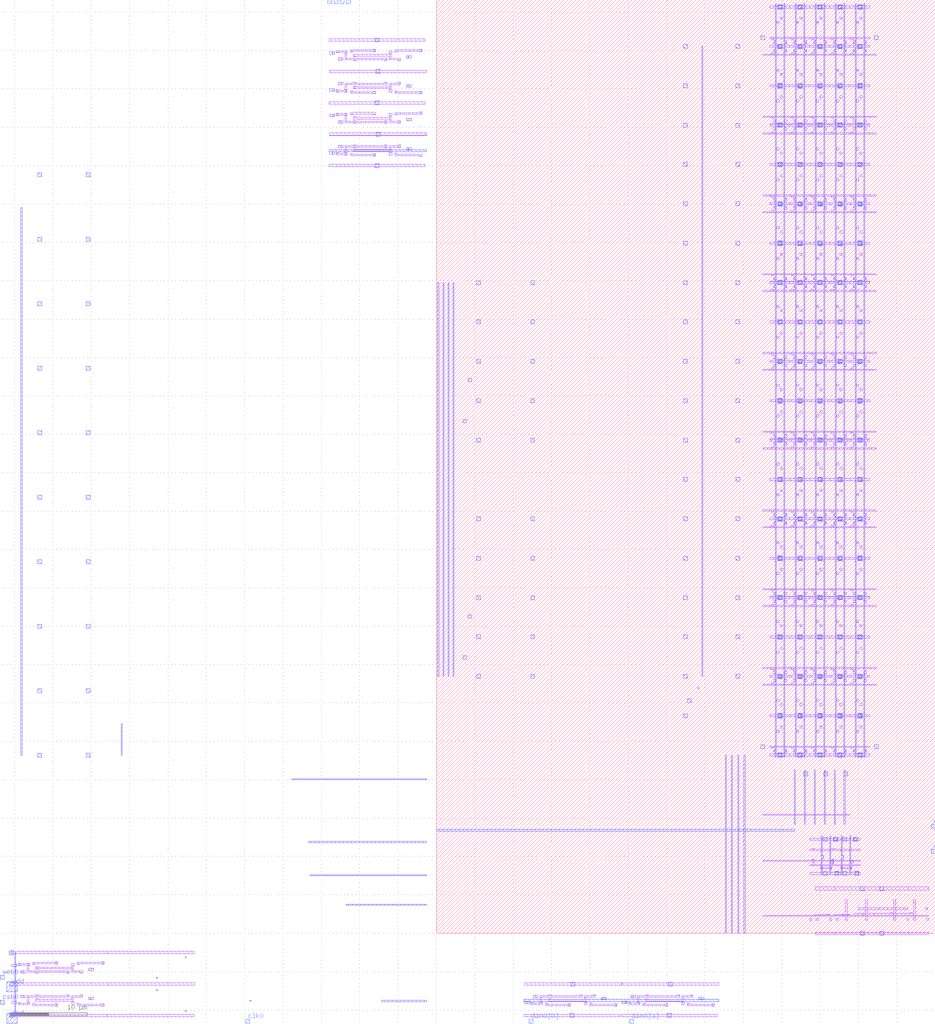
<source format=lef>
VERSION 5.4 ;
NAMESCASESENSITIVE ON ;
BUSBITCHARS "[]" ;
DIVIDERCHAR "/" ;
UNITS
  DATABASE MICRONS 2000 ;
END UNITS
MACRO sram_2_16_sky130A
   CLASS BLOCK ;
   SIZE 65.04 BY 121.62 ;
   SYMMETRY X Y R90 ;
   PIN din0[0]
      DIRECTION INPUT ;
      PORT
         LAYER m4 ;
         RECT  12.04 -11.74 12.56 -11.22 ;
      END
   END din0[0]
   PIN din0[1]
      DIRECTION INPUT ;
      PORT
         LAYER m4 ;
         RECT  25.16 -11.74 25.68 -11.22 ;
      END
   END din0[1]
   PIN addr0[0]
      DIRECTION INPUT ;
      PORT
         LAYER m4 ;
         RECT  -14.2 121.1 -13.68 121.62 ;
      END
   END addr0[0]
   PIN addr0[1]
      DIRECTION INPUT ;
      PORT
         LAYER m4 ;
         RECT  -11.74 121.1 -11.22 121.62 ;
      END
   END addr0[1]
   PIN addr0[2]
      DIRECTION INPUT ;
      PORT
         LAYER m4 ;
         RECT  -12.56 121.1 -12.04 121.62 ;
      END
   END addr0[2]
   PIN addr0[3]
      DIRECTION INPUT ;
      PORT
         LAYER m4 ;
         RECT  -13.38 121.1 -12.86 121.62 ;
      END
   END addr0[3]
   PIN csb0
      DIRECTION INPUT ;
      PORT
         LAYER m3 ;
         RECT  -56.84 -9.28 -56.32 -8.76 ;
      END
   END csb0
   PIN web0
      DIRECTION INPUT ;
      PORT
         LAYER m3 ;
         RECT  -56.84 -6.0 -56.32 -5.48 ;
      END
   END web0
   PIN clk0
      DIRECTION INPUT ;
      PORT
         LAYER m4 ;
         RECT  -24.86 -11.74 -24.34 -11.22 ;
      END
   END clk0
   PIN dout0[0]
      DIRECTION OUTPUT ;
      PORT
         LAYER m3 ;
         RECT  64.52 13.68 65.04 14.2 ;
      END
   END dout0[0]
   PIN dout0[1]
      DIRECTION OUTPUT ;
      PORT
         LAYER m3 ;
         RECT  64.52 10.4 65.04 10.92 ;
      END
   END dout0[1]
   PIN vdd
      DIRECTION INOUT ;
      USE POWER ; 
      SHAPE ABUTMENT ; 
      PORT
         LAYER m3 ;
         RECT  -56.02 -7.64 -54.68 -6.3 ;
      END
   END vdd
   PIN gnd
      DIRECTION INOUT ;
      USE GROUND ; 
      SHAPE ABUTMENT ; 
      PORT
         LAYER m3 ;
         RECT  -56.02 -11.74 -54.68 -10.4 ;
      END
   END gnd
   OBS
   LAYER  m1 ;
      RECT  50.49 33.82 50.84 34.17 ;
      RECT  48.65 33.33 51.25 33.62 ;
      RECT  49.16 33.82 49.51 34.17 ;
      RECT  48.85 34.48 49.14 34.64 ;
      RECT  49.99 36.99 50.28 37.28 ;
      RECT  48.65 38.45 51.25 38.74 ;
      RECT  49.57 36.45 49.86 36.74 ;
      RECT  48.83 34.33 49.16 34.48 ;
      RECT  50.49 43.38 50.84 43.03 ;
      RECT  48.65 43.87 51.25 43.58 ;
      RECT  49.16 43.38 49.51 43.03 ;
      RECT  48.85 42.72 49.14 42.56 ;
      RECT  49.99 40.21 50.28 39.92 ;
      RECT  48.65 38.75 51.25 38.46 ;
      RECT  49.57 40.75 49.86 40.46 ;
      RECT  48.83 42.87 49.16 42.72 ;
      RECT  50.49 44.08 50.84 44.43 ;
      RECT  48.65 43.59 51.25 43.88 ;
      RECT  49.16 44.08 49.51 44.43 ;
      RECT  48.85 44.74 49.14 44.9 ;
      RECT  49.99 47.25 50.28 47.54 ;
      RECT  48.65 48.71 51.25 49.0 ;
      RECT  49.57 46.71 49.86 47.0 ;
      RECT  48.83 44.59 49.16 44.74 ;
      RECT  50.49 53.64 50.84 53.29 ;
      RECT  48.65 54.13 51.25 53.84 ;
      RECT  49.16 53.64 49.51 53.29 ;
      RECT  48.85 52.98 49.14 52.82 ;
      RECT  49.99 50.47 50.28 50.18 ;
      RECT  48.65 49.01 51.25 48.72 ;
      RECT  49.57 51.01 49.86 50.72 ;
      RECT  48.83 53.13 49.16 52.98 ;
      RECT  50.49 54.34 50.84 54.69 ;
      RECT  48.65 53.85 51.25 54.14 ;
      RECT  49.16 54.34 49.51 54.69 ;
      RECT  48.85 55.0 49.14 55.16 ;
      RECT  49.99 57.51 50.28 57.8 ;
      RECT  48.65 58.97 51.25 59.26 ;
      RECT  49.57 56.97 49.86 57.26 ;
      RECT  48.83 54.85 49.16 55.0 ;
      RECT  50.49 63.9 50.84 63.55 ;
      RECT  48.65 64.39 51.25 64.1 ;
      RECT  49.16 63.9 49.51 63.55 ;
      RECT  48.85 63.24 49.14 63.08 ;
      RECT  49.99 60.73 50.28 60.44 ;
      RECT  48.65 59.27 51.25 58.98 ;
      RECT  49.57 61.27 49.86 60.98 ;
      RECT  48.83 63.39 49.16 63.24 ;
      RECT  50.49 64.6 50.84 64.95 ;
      RECT  48.65 64.11 51.25 64.4 ;
      RECT  49.16 64.6 49.51 64.95 ;
      RECT  48.85 65.26 49.14 65.42 ;
      RECT  49.99 67.77 50.28 68.06 ;
      RECT  48.65 69.23 51.25 69.52 ;
      RECT  49.57 67.23 49.86 67.52 ;
      RECT  48.83 65.11 49.16 65.26 ;
      RECT  50.49 74.16 50.84 73.81 ;
      RECT  48.65 74.65 51.25 74.36 ;
      RECT  49.16 74.16 49.51 73.81 ;
      RECT  48.85 73.5 49.14 73.34 ;
      RECT  49.99 70.99 50.28 70.7 ;
      RECT  48.65 69.53 51.25 69.24 ;
      RECT  49.57 71.53 49.86 71.24 ;
      RECT  48.83 73.65 49.16 73.5 ;
      RECT  50.49 74.86 50.84 75.21 ;
      RECT  48.65 74.37 51.25 74.66 ;
      RECT  49.16 74.86 49.51 75.21 ;
      RECT  48.85 75.52 49.14 75.68 ;
      RECT  49.99 78.03 50.28 78.32 ;
      RECT  48.65 79.49 51.25 79.78 ;
      RECT  49.57 77.49 49.86 77.78 ;
      RECT  48.83 75.37 49.16 75.52 ;
      RECT  50.49 84.42 50.84 84.07 ;
      RECT  48.65 84.91 51.25 84.62 ;
      RECT  49.16 84.42 49.51 84.07 ;
      RECT  48.85 83.76 49.14 83.6 ;
      RECT  49.99 81.25 50.28 80.96 ;
      RECT  48.65 79.79 51.25 79.5 ;
      RECT  49.57 81.79 49.86 81.5 ;
      RECT  48.83 83.91 49.16 83.76 ;
      RECT  50.49 85.12 50.84 85.47 ;
      RECT  48.65 84.63 51.25 84.92 ;
      RECT  49.16 85.12 49.51 85.47 ;
      RECT  48.85 85.78 49.14 85.94 ;
      RECT  49.99 88.29 50.28 88.58 ;
      RECT  48.65 89.75 51.25 90.04 ;
      RECT  49.57 87.75 49.86 88.04 ;
      RECT  48.83 85.63 49.16 85.78 ;
      RECT  50.49 94.68 50.84 94.33 ;
      RECT  48.65 95.17 51.25 94.88 ;
      RECT  49.16 94.68 49.51 94.33 ;
      RECT  48.85 94.02 49.14 93.86 ;
      RECT  49.99 91.51 50.28 91.22 ;
      RECT  48.65 90.05 51.25 89.76 ;
      RECT  49.57 92.05 49.86 91.76 ;
      RECT  48.83 94.17 49.16 94.02 ;
      RECT  50.49 95.38 50.84 95.73 ;
      RECT  48.65 94.89 51.25 95.18 ;
      RECT  49.16 95.38 49.51 95.73 ;
      RECT  48.85 96.04 49.14 96.2 ;
      RECT  49.99 98.55 50.28 98.84 ;
      RECT  48.65 100.01 51.25 100.3 ;
      RECT  49.57 98.01 49.86 98.3 ;
      RECT  48.83 95.89 49.16 96.04 ;
      RECT  50.49 104.94 50.84 104.59 ;
      RECT  48.65 105.43 51.25 105.14 ;
      RECT  49.16 104.94 49.51 104.59 ;
      RECT  48.85 104.28 49.14 104.12 ;
      RECT  49.99 101.77 50.28 101.48 ;
      RECT  48.65 100.31 51.25 100.02 ;
      RECT  49.57 102.31 49.86 102.02 ;
      RECT  48.83 104.43 49.16 104.28 ;
      RECT  50.49 105.64 50.84 105.99 ;
      RECT  48.65 105.15 51.25 105.44 ;
      RECT  49.16 105.64 49.51 105.99 ;
      RECT  48.85 106.3 49.14 106.46 ;
      RECT  49.99 108.81 50.28 109.1 ;
      RECT  48.65 110.27 51.25 110.56 ;
      RECT  49.57 108.27 49.86 108.56 ;
      RECT  48.83 106.15 49.16 106.3 ;
      RECT  50.49 115.2 50.84 114.85 ;
      RECT  48.65 115.69 51.25 115.4 ;
      RECT  49.16 115.2 49.51 114.85 ;
      RECT  48.85 114.54 49.14 114.38 ;
      RECT  49.99 112.03 50.28 111.74 ;
      RECT  48.65 110.57 51.25 110.28 ;
      RECT  49.57 112.57 49.86 112.28 ;
      RECT  48.83 114.69 49.16 114.54 ;
      RECT  53.09 33.82 53.44 34.17 ;
      RECT  51.25 33.33 53.85 33.62 ;
      RECT  51.76 33.82 52.11 34.17 ;
      RECT  51.45 34.48 51.74 34.64 ;
      RECT  52.59 36.99 52.88 37.28 ;
      RECT  51.25 38.45 53.85 38.74 ;
      RECT  52.17 36.45 52.46 36.74 ;
      RECT  51.43 34.33 51.76 34.48 ;
      RECT  53.09 43.38 53.44 43.03 ;
      RECT  51.25 43.87 53.85 43.58 ;
      RECT  51.76 43.38 52.11 43.03 ;
      RECT  51.45 42.72 51.74 42.56 ;
      RECT  52.59 40.21 52.88 39.92 ;
      RECT  51.25 38.75 53.85 38.46 ;
      RECT  52.17 40.75 52.46 40.46 ;
      RECT  51.43 42.87 51.76 42.72 ;
      RECT  53.09 44.08 53.44 44.43 ;
      RECT  51.25 43.59 53.85 43.88 ;
      RECT  51.76 44.08 52.11 44.43 ;
      RECT  51.45 44.74 51.74 44.9 ;
      RECT  52.59 47.25 52.88 47.54 ;
      RECT  51.25 48.71 53.85 49.0 ;
      RECT  52.17 46.71 52.46 47.0 ;
      RECT  51.43 44.59 51.76 44.74 ;
      RECT  53.09 53.64 53.44 53.29 ;
      RECT  51.25 54.13 53.85 53.84 ;
      RECT  51.76 53.64 52.11 53.29 ;
      RECT  51.45 52.98 51.74 52.82 ;
      RECT  52.59 50.47 52.88 50.18 ;
      RECT  51.25 49.01 53.85 48.72 ;
      RECT  52.17 51.01 52.46 50.72 ;
      RECT  51.43 53.13 51.76 52.98 ;
      RECT  53.09 54.34 53.44 54.69 ;
      RECT  51.25 53.85 53.85 54.14 ;
      RECT  51.76 54.34 52.11 54.69 ;
      RECT  51.45 55.0 51.74 55.16 ;
      RECT  52.59 57.51 52.88 57.8 ;
      RECT  51.25 58.97 53.85 59.26 ;
      RECT  52.17 56.97 52.46 57.26 ;
      RECT  51.43 54.85 51.76 55.0 ;
      RECT  53.09 63.9 53.44 63.55 ;
      RECT  51.25 64.39 53.85 64.1 ;
      RECT  51.76 63.9 52.11 63.55 ;
      RECT  51.45 63.24 51.74 63.08 ;
      RECT  52.59 60.73 52.88 60.44 ;
      RECT  51.25 59.27 53.85 58.98 ;
      RECT  52.17 61.27 52.46 60.98 ;
      RECT  51.43 63.39 51.76 63.24 ;
      RECT  53.09 64.6 53.44 64.95 ;
      RECT  51.25 64.11 53.85 64.4 ;
      RECT  51.76 64.6 52.11 64.95 ;
      RECT  51.45 65.26 51.74 65.42 ;
      RECT  52.59 67.77 52.88 68.06 ;
      RECT  51.25 69.23 53.85 69.52 ;
      RECT  52.17 67.23 52.46 67.52 ;
      RECT  51.43 65.11 51.76 65.26 ;
      RECT  53.09 74.16 53.44 73.81 ;
      RECT  51.25 74.65 53.85 74.36 ;
      RECT  51.76 74.16 52.11 73.81 ;
      RECT  51.45 73.5 51.74 73.34 ;
      RECT  52.59 70.99 52.88 70.7 ;
      RECT  51.25 69.53 53.85 69.24 ;
      RECT  52.17 71.53 52.46 71.24 ;
      RECT  51.43 73.65 51.76 73.5 ;
      RECT  53.09 74.86 53.44 75.21 ;
      RECT  51.25 74.37 53.85 74.66 ;
      RECT  51.76 74.86 52.11 75.21 ;
      RECT  51.45 75.52 51.74 75.68 ;
      RECT  52.59 78.03 52.88 78.32 ;
      RECT  51.25 79.49 53.85 79.78 ;
      RECT  52.17 77.49 52.46 77.78 ;
      RECT  51.43 75.37 51.76 75.52 ;
      RECT  53.09 84.42 53.44 84.07 ;
      RECT  51.25 84.91 53.85 84.62 ;
      RECT  51.76 84.42 52.11 84.07 ;
      RECT  51.45 83.76 51.74 83.6 ;
      RECT  52.59 81.25 52.88 80.96 ;
      RECT  51.25 79.79 53.85 79.5 ;
      RECT  52.17 81.79 52.46 81.5 ;
      RECT  51.43 83.91 51.76 83.76 ;
      RECT  53.09 85.12 53.44 85.47 ;
      RECT  51.25 84.63 53.85 84.92 ;
      RECT  51.76 85.12 52.11 85.47 ;
      RECT  51.45 85.78 51.74 85.94 ;
      RECT  52.59 88.29 52.88 88.58 ;
      RECT  51.25 89.75 53.85 90.04 ;
      RECT  52.17 87.75 52.46 88.04 ;
      RECT  51.43 85.63 51.76 85.78 ;
      RECT  53.09 94.68 53.44 94.33 ;
      RECT  51.25 95.17 53.85 94.88 ;
      RECT  51.76 94.68 52.11 94.33 ;
      RECT  51.45 94.02 51.74 93.86 ;
      RECT  52.59 91.51 52.88 91.22 ;
      RECT  51.25 90.05 53.85 89.76 ;
      RECT  52.17 92.05 52.46 91.76 ;
      RECT  51.43 94.17 51.76 94.02 ;
      RECT  53.09 95.38 53.44 95.73 ;
      RECT  51.25 94.89 53.85 95.18 ;
      RECT  51.76 95.38 52.11 95.73 ;
      RECT  51.45 96.04 51.74 96.2 ;
      RECT  52.59 98.55 52.88 98.84 ;
      RECT  51.25 100.01 53.85 100.3 ;
      RECT  52.17 98.01 52.46 98.3 ;
      RECT  51.43 95.89 51.76 96.04 ;
      RECT  53.09 104.94 53.44 104.59 ;
      RECT  51.25 105.43 53.85 105.14 ;
      RECT  51.76 104.94 52.11 104.59 ;
      RECT  51.45 104.28 51.74 104.12 ;
      RECT  52.59 101.77 52.88 101.48 ;
      RECT  51.25 100.31 53.85 100.02 ;
      RECT  52.17 102.31 52.46 102.02 ;
      RECT  51.43 104.43 51.76 104.28 ;
      RECT  53.09 105.64 53.44 105.99 ;
      RECT  51.25 105.15 53.85 105.44 ;
      RECT  51.76 105.64 52.11 105.99 ;
      RECT  51.45 106.3 51.74 106.46 ;
      RECT  52.59 108.81 52.88 109.1 ;
      RECT  51.25 110.27 53.85 110.56 ;
      RECT  52.17 108.27 52.46 108.56 ;
      RECT  51.43 106.15 51.76 106.3 ;
      RECT  53.09 115.2 53.44 114.85 ;
      RECT  51.25 115.69 53.85 115.4 ;
      RECT  51.76 115.2 52.11 114.85 ;
      RECT  51.45 114.54 51.74 114.38 ;
      RECT  52.59 112.03 52.88 111.74 ;
      RECT  51.25 110.57 53.85 110.28 ;
      RECT  52.17 112.57 52.46 112.28 ;
      RECT  51.43 114.69 51.76 114.54 ;
      RECT  48.65 34.48 53.85 34.64 ;
      RECT  48.65 42.56 53.85 42.72 ;
      RECT  48.65 44.74 53.85 44.9 ;
      RECT  48.65 52.82 53.85 52.98 ;
      RECT  48.65 55.0 53.85 55.16 ;
      RECT  48.65 63.08 53.85 63.24 ;
      RECT  48.65 65.26 53.85 65.42 ;
      RECT  48.65 73.34 53.85 73.5 ;
      RECT  48.65 75.52 53.85 75.68 ;
      RECT  48.65 83.6 53.85 83.76 ;
      RECT  48.65 85.78 53.85 85.94 ;
      RECT  48.65 93.86 53.85 94.02 ;
      RECT  48.65 96.04 53.85 96.2 ;
      RECT  48.65 104.12 53.85 104.28 ;
      RECT  48.65 106.3 53.85 106.46 ;
      RECT  48.65 114.38 53.85 114.54 ;
      RECT  48.65 100.01 51.25 100.3 ;
      RECT  51.25 48.72 53.85 49.01 ;
      RECT  51.25 110.28 53.85 110.57 ;
      RECT  48.65 69.24 51.25 69.53 ;
      RECT  48.65 58.97 51.25 59.26 ;
      RECT  51.25 58.97 53.85 59.26 ;
      RECT  48.65 89.75 51.25 90.04 ;
      RECT  48.65 89.76 51.25 90.05 ;
      RECT  51.25 89.75 53.85 90.04 ;
      RECT  48.65 69.23 51.25 69.52 ;
      RECT  48.65 48.71 51.25 49.0 ;
      RECT  48.65 79.49 51.25 79.78 ;
      RECT  51.25 89.76 53.85 90.05 ;
      RECT  48.65 48.72 51.25 49.01 ;
      RECT  48.65 110.27 51.25 110.56 ;
      RECT  51.25 69.24 53.85 69.53 ;
      RECT  48.65 38.46 51.25 38.75 ;
      RECT  51.25 100.02 53.85 100.31 ;
      RECT  51.25 100.01 53.85 100.3 ;
      RECT  51.25 38.46 53.85 38.75 ;
      RECT  51.25 58.98 53.85 59.27 ;
      RECT  51.25 79.5 53.85 79.79 ;
      RECT  51.25 79.49 53.85 79.78 ;
      RECT  48.65 58.98 51.25 59.27 ;
      RECT  51.25 110.27 53.85 110.56 ;
      RECT  51.25 48.71 53.85 49.0 ;
      RECT  48.65 79.5 51.25 79.79 ;
      RECT  48.65 38.45 51.25 38.74 ;
      RECT  48.65 100.02 51.25 100.31 ;
      RECT  51.25 69.23 53.85 69.52 ;
      RECT  48.65 110.28 51.25 110.57 ;
      RECT  51.25 38.45 53.85 38.74 ;
      RECT  48.65 53.84 51.25 54.13 ;
      RECT  51.25 94.88 53.85 95.17 ;
      RECT  51.25 84.62 53.85 84.91 ;
      RECT  48.65 74.36 51.25 74.65 ;
      RECT  51.25 64.1 53.85 64.39 ;
      RECT  48.65 33.33 51.25 33.62 ;
      RECT  51.25 53.85 53.85 54.14 ;
      RECT  48.65 43.59 51.25 43.88 ;
      RECT  51.25 33.33 53.85 33.62 ;
      RECT  51.25 115.4 53.85 115.69 ;
      RECT  48.65 43.58 51.25 43.87 ;
      RECT  48.65 64.11 51.25 64.4 ;
      RECT  48.65 105.15 51.25 105.44 ;
      RECT  51.25 53.84 53.85 54.13 ;
      RECT  51.25 94.89 53.85 95.18 ;
      RECT  48.65 64.1 51.25 64.39 ;
      RECT  51.25 74.37 53.85 74.66 ;
      RECT  48.65 53.85 51.25 54.14 ;
      RECT  51.25 43.58 53.85 43.87 ;
      RECT  48.65 105.14 51.25 105.43 ;
      RECT  51.25 64.11 53.85 64.4 ;
      RECT  48.65 84.63 51.25 84.92 ;
      RECT  51.25 105.14 53.85 105.43 ;
      RECT  48.65 94.88 51.25 95.17 ;
      RECT  48.65 74.37 51.25 74.66 ;
      RECT  48.65 115.4 51.25 115.69 ;
      RECT  48.65 84.62 51.25 84.91 ;
      RECT  51.25 74.36 53.85 74.65 ;
      RECT  51.25 105.15 53.85 105.44 ;
      RECT  48.65 94.89 51.25 95.18 ;
      RECT  51.25 43.59 53.85 43.88 ;
      RECT  51.25 84.63 53.85 84.92 ;
      RECT  47.89 23.56 48.24 23.91 ;
      RECT  46.05 23.07 48.65 23.36 ;
      RECT  46.56 23.56 46.91 23.91 ;
      RECT  46.25 24.22 46.54 24.38 ;
      RECT  47.39 26.73 47.68 27.02 ;
      RECT  46.05 28.19 48.65 28.48 ;
      RECT  46.97 26.19 47.26 26.48 ;
      RECT  46.23 24.07 46.56 24.22 ;
      RECT  47.89 33.12 48.24 32.77 ;
      RECT  46.05 33.61 48.65 33.32 ;
      RECT  46.56 33.12 46.91 32.77 ;
      RECT  46.25 32.46 46.54 32.3 ;
      RECT  47.39 29.95 47.68 29.66 ;
      RECT  46.05 28.49 48.65 28.2 ;
      RECT  46.97 30.49 47.26 30.2 ;
      RECT  46.23 32.61 46.56 32.46 ;
      RECT  47.89 33.82 48.24 34.17 ;
      RECT  46.05 33.33 48.65 33.62 ;
      RECT  46.56 33.82 46.91 34.17 ;
      RECT  46.25 34.48 46.54 34.64 ;
      RECT  47.39 36.99 47.68 37.28 ;
      RECT  46.05 38.45 48.65 38.74 ;
      RECT  46.97 36.45 47.26 36.74 ;
      RECT  46.23 34.33 46.56 34.48 ;
      RECT  47.89 43.38 48.24 43.03 ;
      RECT  46.05 43.87 48.65 43.58 ;
      RECT  46.56 43.38 46.91 43.03 ;
      RECT  46.25 42.72 46.54 42.56 ;
      RECT  47.39 40.21 47.68 39.92 ;
      RECT  46.05 38.75 48.65 38.46 ;
      RECT  46.97 40.75 47.26 40.46 ;
      RECT  46.23 42.87 46.56 42.72 ;
      RECT  47.89 44.08 48.24 44.43 ;
      RECT  46.05 43.59 48.65 43.88 ;
      RECT  46.56 44.08 46.91 44.43 ;
      RECT  46.25 44.74 46.54 44.9 ;
      RECT  47.39 47.25 47.68 47.54 ;
      RECT  46.05 48.71 48.65 49.0 ;
      RECT  46.97 46.71 47.26 47.0 ;
      RECT  46.23 44.59 46.56 44.74 ;
      RECT  47.89 53.64 48.24 53.29 ;
      RECT  46.05 54.13 48.65 53.84 ;
      RECT  46.56 53.64 46.91 53.29 ;
      RECT  46.25 52.98 46.54 52.82 ;
      RECT  47.39 50.47 47.68 50.18 ;
      RECT  46.05 49.01 48.65 48.72 ;
      RECT  46.97 51.01 47.26 50.72 ;
      RECT  46.23 53.13 46.56 52.98 ;
      RECT  47.89 54.34 48.24 54.69 ;
      RECT  46.05 53.85 48.65 54.14 ;
      RECT  46.56 54.34 46.91 54.69 ;
      RECT  46.25 55.0 46.54 55.16 ;
      RECT  47.39 57.51 47.68 57.8 ;
      RECT  46.05 58.97 48.65 59.26 ;
      RECT  46.97 56.97 47.26 57.26 ;
      RECT  46.23 54.85 46.56 55.0 ;
      RECT  47.89 63.9 48.24 63.55 ;
      RECT  46.05 64.39 48.65 64.1 ;
      RECT  46.56 63.9 46.91 63.55 ;
      RECT  46.25 63.24 46.54 63.08 ;
      RECT  47.39 60.73 47.68 60.44 ;
      RECT  46.05 59.27 48.65 58.98 ;
      RECT  46.97 61.27 47.26 60.98 ;
      RECT  46.23 63.39 46.56 63.24 ;
      RECT  47.89 64.6 48.24 64.95 ;
      RECT  46.05 64.11 48.65 64.4 ;
      RECT  46.56 64.6 46.91 64.95 ;
      RECT  46.25 65.26 46.54 65.42 ;
      RECT  47.39 67.77 47.68 68.06 ;
      RECT  46.05 69.23 48.65 69.52 ;
      RECT  46.97 67.23 47.26 67.52 ;
      RECT  46.23 65.11 46.56 65.26 ;
      RECT  47.89 74.16 48.24 73.81 ;
      RECT  46.05 74.65 48.65 74.36 ;
      RECT  46.56 74.16 46.91 73.81 ;
      RECT  46.25 73.5 46.54 73.34 ;
      RECT  47.39 70.99 47.68 70.7 ;
      RECT  46.05 69.53 48.65 69.24 ;
      RECT  46.97 71.53 47.26 71.24 ;
      RECT  46.23 73.65 46.56 73.5 ;
      RECT  47.89 74.86 48.24 75.21 ;
      RECT  46.05 74.37 48.65 74.66 ;
      RECT  46.56 74.86 46.91 75.21 ;
      RECT  46.25 75.52 46.54 75.68 ;
      RECT  47.39 78.03 47.68 78.32 ;
      RECT  46.05 79.49 48.65 79.78 ;
      RECT  46.97 77.49 47.26 77.78 ;
      RECT  46.23 75.37 46.56 75.52 ;
      RECT  47.89 84.42 48.24 84.07 ;
      RECT  46.05 84.91 48.65 84.62 ;
      RECT  46.56 84.42 46.91 84.07 ;
      RECT  46.25 83.76 46.54 83.6 ;
      RECT  47.39 81.25 47.68 80.96 ;
      RECT  46.05 79.79 48.65 79.5 ;
      RECT  46.97 81.79 47.26 81.5 ;
      RECT  46.23 83.91 46.56 83.76 ;
      RECT  47.89 85.12 48.24 85.47 ;
      RECT  46.05 84.63 48.65 84.92 ;
      RECT  46.56 85.12 46.91 85.47 ;
      RECT  46.25 85.78 46.54 85.94 ;
      RECT  47.39 88.29 47.68 88.58 ;
      RECT  46.05 89.75 48.65 90.04 ;
      RECT  46.97 87.75 47.26 88.04 ;
      RECT  46.23 85.63 46.56 85.78 ;
      RECT  47.89 94.68 48.24 94.33 ;
      RECT  46.05 95.17 48.65 94.88 ;
      RECT  46.56 94.68 46.91 94.33 ;
      RECT  46.25 94.02 46.54 93.86 ;
      RECT  47.39 91.51 47.68 91.22 ;
      RECT  46.05 90.05 48.65 89.76 ;
      RECT  46.97 92.05 47.26 91.76 ;
      RECT  46.23 94.17 46.56 94.02 ;
      RECT  47.89 95.38 48.24 95.73 ;
      RECT  46.05 94.89 48.65 95.18 ;
      RECT  46.56 95.38 46.91 95.73 ;
      RECT  46.25 96.04 46.54 96.2 ;
      RECT  47.39 98.55 47.68 98.84 ;
      RECT  46.05 100.01 48.65 100.3 ;
      RECT  46.97 98.01 47.26 98.3 ;
      RECT  46.23 95.89 46.56 96.04 ;
      RECT  47.89 104.94 48.24 104.59 ;
      RECT  46.05 105.43 48.65 105.14 ;
      RECT  46.56 104.94 46.91 104.59 ;
      RECT  46.25 104.28 46.54 104.12 ;
      RECT  47.39 101.77 47.68 101.48 ;
      RECT  46.05 100.31 48.65 100.02 ;
      RECT  46.97 102.31 47.26 102.02 ;
      RECT  46.23 104.43 46.56 104.28 ;
      RECT  47.89 105.64 48.24 105.99 ;
      RECT  46.05 105.15 48.65 105.44 ;
      RECT  46.56 105.64 46.91 105.99 ;
      RECT  46.25 106.3 46.54 106.46 ;
      RECT  47.39 108.81 47.68 109.1 ;
      RECT  46.05 110.27 48.65 110.56 ;
      RECT  46.97 108.27 47.26 108.56 ;
      RECT  46.23 106.15 46.56 106.3 ;
      RECT  47.89 115.2 48.24 114.85 ;
      RECT  46.05 115.69 48.65 115.4 ;
      RECT  46.56 115.2 46.91 114.85 ;
      RECT  46.25 114.54 46.54 114.38 ;
      RECT  47.39 112.03 47.68 111.74 ;
      RECT  46.05 110.57 48.65 110.28 ;
      RECT  46.97 112.57 47.26 112.28 ;
      RECT  46.23 114.69 46.56 114.54 ;
      RECT  47.89 115.9 48.24 116.25 ;
      RECT  46.05 115.41 48.65 115.7 ;
      RECT  46.56 115.9 46.91 116.25 ;
      RECT  46.25 116.56 46.54 116.72 ;
      RECT  47.39 119.07 47.68 119.36 ;
      RECT  46.05 120.53 48.65 120.82 ;
      RECT  46.97 118.53 47.26 118.82 ;
      RECT  46.23 116.41 46.56 116.56 ;
      RECT  46.05 24.22 48.65 24.38 ;
      RECT  46.05 32.3 48.65 32.46 ;
      RECT  46.05 34.48 48.65 34.64 ;
      RECT  46.05 42.56 48.65 42.72 ;
      RECT  46.05 44.74 48.65 44.9 ;
      RECT  46.05 52.82 48.65 52.98 ;
      RECT  46.05 55.0 48.65 55.16 ;
      RECT  46.05 63.08 48.65 63.24 ;
      RECT  46.05 65.26 48.65 65.42 ;
      RECT  46.05 73.34 48.65 73.5 ;
      RECT  46.05 75.52 48.65 75.68 ;
      RECT  46.05 83.6 48.65 83.76 ;
      RECT  46.05 85.78 48.65 85.94 ;
      RECT  46.05 93.86 48.65 94.02 ;
      RECT  46.05 96.04 48.65 96.2 ;
      RECT  46.05 104.12 48.65 104.28 ;
      RECT  46.05 106.3 48.65 106.46 ;
      RECT  46.05 114.38 48.65 114.54 ;
      RECT  46.05 116.56 48.65 116.72 ;
      RECT  46.05 89.75 48.65 90.04 ;
      RECT  46.05 58.98 48.65 59.27 ;
      RECT  46.05 48.71 48.65 49.0 ;
      RECT  46.05 79.49 48.65 79.78 ;
      RECT  46.05 79.5 48.65 79.79 ;
      RECT  46.05 58.97 48.65 59.26 ;
      RECT  46.05 38.45 48.65 38.74 ;
      RECT  46.05 69.23 48.65 69.52 ;
      RECT  46.05 110.27 48.65 110.56 ;
      RECT  46.05 110.28 48.65 110.57 ;
      RECT  46.05 38.46 48.65 38.75 ;
      RECT  46.05 100.01 48.65 100.3 ;
      RECT  46.05 28.2 48.65 28.49 ;
      RECT  46.05 48.72 48.65 49.01 ;
      RECT  46.05 69.24 48.65 69.53 ;
      RECT  46.05 89.76 48.65 90.05 ;
      RECT  46.05 100.02 48.65 100.31 ;
      RECT  46.05 43.58 48.65 43.87 ;
      RECT  46.05 64.1 48.65 64.39 ;
      RECT  46.05 115.4 48.65 115.69 ;
      RECT  46.05 33.33 48.65 33.62 ;
      RECT  46.05 33.32 48.65 33.61 ;
      RECT  46.05 53.85 48.65 54.14 ;
      RECT  46.05 94.89 48.65 95.18 ;
      RECT  46.05 53.84 48.65 54.13 ;
      RECT  46.05 43.59 48.65 43.88 ;
      RECT  46.05 105.15 48.65 105.44 ;
      RECT  46.05 94.88 48.65 95.17 ;
      RECT  46.05 74.37 48.65 74.66 ;
      RECT  46.05 84.62 48.65 84.91 ;
      RECT  46.05 64.11 48.65 64.4 ;
      RECT  46.05 105.14 48.65 105.43 ;
      RECT  46.05 74.36 48.65 74.65 ;
      RECT  46.05 84.63 48.65 84.92 ;
      RECT  50.49 33.12 50.84 32.77 ;
      RECT  48.65 33.61 51.25 33.32 ;
      RECT  49.16 33.12 49.51 32.77 ;
      RECT  48.85 32.46 49.14 32.3 ;
      RECT  49.99 29.95 50.28 29.66 ;
      RECT  48.65 28.49 51.25 28.2 ;
      RECT  49.57 30.49 49.86 30.2 ;
      RECT  48.83 32.61 49.16 32.46 ;
      RECT  53.09 33.12 53.44 32.77 ;
      RECT  51.25 33.61 53.85 33.32 ;
      RECT  51.76 33.12 52.11 32.77 ;
      RECT  51.45 32.46 51.74 32.3 ;
      RECT  52.59 29.95 52.88 29.66 ;
      RECT  51.25 28.49 53.85 28.2 ;
      RECT  52.17 30.49 52.46 30.2 ;
      RECT  51.43 32.61 51.76 32.46 ;
      RECT  48.65 32.46 53.85 32.3 ;
      RECT  48.65 28.49 51.25 28.2 ;
      RECT  51.25 28.49 53.85 28.2 ;
      RECT  48.65 33.61 51.25 33.32 ;
      RECT  51.25 33.61 53.85 33.32 ;
      RECT  50.49 23.56 50.84 23.91 ;
      RECT  48.65 23.07 51.25 23.36 ;
      RECT  49.16 23.56 49.51 23.91 ;
      RECT  48.85 24.22 49.14 24.38 ;
      RECT  49.99 26.73 50.28 27.02 ;
      RECT  48.65 28.19 51.25 28.48 ;
      RECT  49.57 26.19 49.86 26.48 ;
      RECT  48.83 24.07 49.16 24.22 ;
      RECT  53.09 23.56 53.44 23.91 ;
      RECT  51.25 23.07 53.85 23.36 ;
      RECT  51.76 23.56 52.11 23.91 ;
      RECT  51.45 24.22 51.74 24.38 ;
      RECT  52.59 26.73 52.88 27.02 ;
      RECT  51.25 28.19 53.85 28.48 ;
      RECT  52.17 26.19 52.46 26.48 ;
      RECT  51.43 24.07 51.76 24.22 ;
      RECT  48.65 24.22 53.85 24.38 ;
      RECT  48.65 28.19 51.25 28.48 ;
      RECT  51.25 28.19 53.85 28.48 ;
      RECT  48.65 23.07 51.25 23.36 ;
      RECT  51.25 23.07 53.85 23.36 ;
      RECT  50.49 115.9 50.84 116.25 ;
      RECT  48.65 115.41 51.25 115.7 ;
      RECT  49.16 115.9 49.51 116.25 ;
      RECT  48.85 116.56 49.14 116.72 ;
      RECT  49.99 119.07 50.28 119.36 ;
      RECT  48.65 120.53 51.25 120.82 ;
      RECT  49.57 118.53 49.86 118.82 ;
      RECT  48.83 116.41 49.16 116.56 ;
      RECT  53.09 115.9 53.44 116.25 ;
      RECT  51.25 115.41 53.85 115.7 ;
      RECT  51.76 115.9 52.11 116.25 ;
      RECT  51.45 116.56 51.74 116.72 ;
      RECT  52.59 119.07 52.88 119.36 ;
      RECT  51.25 120.53 53.85 120.82 ;
      RECT  52.17 118.53 52.46 118.82 ;
      RECT  51.43 116.41 51.76 116.56 ;
      RECT  48.65 116.56 53.85 116.72 ;
      RECT  48.65 120.53 51.25 120.82 ;
      RECT  51.25 120.53 53.85 120.82 ;
      RECT  48.65 115.41 51.25 115.7 ;
      RECT  51.25 115.41 53.85 115.7 ;
      RECT  45.29 23.56 45.64 23.91 ;
      RECT  43.45 23.07 46.05 23.36 ;
      RECT  43.96 23.56 44.31 23.91 ;
      RECT  43.65 24.22 43.94 24.38 ;
      RECT  44.79 26.73 45.08 27.02 ;
      RECT  43.45 28.19 46.05 28.48 ;
      RECT  44.37 26.19 44.66 26.48 ;
      RECT  43.63 24.07 43.96 24.22 ;
      RECT  45.29 33.12 45.64 32.77 ;
      RECT  43.45 33.61 46.05 33.32 ;
      RECT  43.96 33.12 44.31 32.77 ;
      RECT  43.65 32.46 43.94 32.3 ;
      RECT  44.79 29.95 45.08 29.66 ;
      RECT  43.45 28.49 46.05 28.2 ;
      RECT  44.37 30.49 44.66 30.2 ;
      RECT  43.63 32.61 43.96 32.46 ;
      RECT  45.29 33.82 45.64 34.17 ;
      RECT  43.45 33.33 46.05 33.62 ;
      RECT  43.96 33.82 44.31 34.17 ;
      RECT  43.65 34.48 43.94 34.64 ;
      RECT  44.79 36.99 45.08 37.28 ;
      RECT  43.45 38.45 46.05 38.74 ;
      RECT  44.37 36.45 44.66 36.74 ;
      RECT  43.63 34.33 43.96 34.48 ;
      RECT  45.29 43.38 45.64 43.03 ;
      RECT  43.45 43.87 46.05 43.58 ;
      RECT  43.96 43.38 44.31 43.03 ;
      RECT  43.65 42.72 43.94 42.56 ;
      RECT  44.79 40.21 45.08 39.92 ;
      RECT  43.45 38.75 46.05 38.46 ;
      RECT  44.37 40.75 44.66 40.46 ;
      RECT  43.63 42.87 43.96 42.72 ;
      RECT  45.29 44.08 45.64 44.43 ;
      RECT  43.45 43.59 46.05 43.88 ;
      RECT  43.96 44.08 44.31 44.43 ;
      RECT  43.65 44.74 43.94 44.9 ;
      RECT  44.79 47.25 45.08 47.54 ;
      RECT  43.45 48.71 46.05 49.0 ;
      RECT  44.37 46.71 44.66 47.0 ;
      RECT  43.63 44.59 43.96 44.74 ;
      RECT  45.29 53.64 45.64 53.29 ;
      RECT  43.45 54.13 46.05 53.84 ;
      RECT  43.96 53.64 44.31 53.29 ;
      RECT  43.65 52.98 43.94 52.82 ;
      RECT  44.79 50.47 45.08 50.18 ;
      RECT  43.45 49.01 46.05 48.72 ;
      RECT  44.37 51.01 44.66 50.72 ;
      RECT  43.63 53.13 43.96 52.98 ;
      RECT  45.29 54.34 45.64 54.69 ;
      RECT  43.45 53.85 46.05 54.14 ;
      RECT  43.96 54.34 44.31 54.69 ;
      RECT  43.65 55.0 43.94 55.16 ;
      RECT  44.79 57.51 45.08 57.8 ;
      RECT  43.45 58.97 46.05 59.26 ;
      RECT  44.37 56.97 44.66 57.26 ;
      RECT  43.63 54.85 43.96 55.0 ;
      RECT  45.29 63.9 45.64 63.55 ;
      RECT  43.45 64.39 46.05 64.1 ;
      RECT  43.96 63.9 44.31 63.55 ;
      RECT  43.65 63.24 43.94 63.08 ;
      RECT  44.79 60.73 45.08 60.44 ;
      RECT  43.45 59.27 46.05 58.98 ;
      RECT  44.37 61.27 44.66 60.98 ;
      RECT  43.63 63.39 43.96 63.24 ;
      RECT  45.29 64.6 45.64 64.95 ;
      RECT  43.45 64.11 46.05 64.4 ;
      RECT  43.96 64.6 44.31 64.95 ;
      RECT  43.65 65.26 43.94 65.42 ;
      RECT  44.79 67.77 45.08 68.06 ;
      RECT  43.45 69.23 46.05 69.52 ;
      RECT  44.37 67.23 44.66 67.52 ;
      RECT  43.63 65.11 43.96 65.26 ;
      RECT  45.29 74.16 45.64 73.81 ;
      RECT  43.45 74.65 46.05 74.36 ;
      RECT  43.96 74.16 44.31 73.81 ;
      RECT  43.65 73.5 43.94 73.34 ;
      RECT  44.79 70.99 45.08 70.7 ;
      RECT  43.45 69.53 46.05 69.24 ;
      RECT  44.37 71.53 44.66 71.24 ;
      RECT  43.63 73.65 43.96 73.5 ;
      RECT  45.29 74.86 45.64 75.21 ;
      RECT  43.45 74.37 46.05 74.66 ;
      RECT  43.96 74.86 44.31 75.21 ;
      RECT  43.65 75.52 43.94 75.68 ;
      RECT  44.79 78.03 45.08 78.32 ;
      RECT  43.45 79.49 46.05 79.78 ;
      RECT  44.37 77.49 44.66 77.78 ;
      RECT  43.63 75.37 43.96 75.52 ;
      RECT  45.29 84.42 45.64 84.07 ;
      RECT  43.45 84.91 46.05 84.62 ;
      RECT  43.96 84.42 44.31 84.07 ;
      RECT  43.65 83.76 43.94 83.6 ;
      RECT  44.79 81.25 45.08 80.96 ;
      RECT  43.45 79.79 46.05 79.5 ;
      RECT  44.37 81.79 44.66 81.5 ;
      RECT  43.63 83.91 43.96 83.76 ;
      RECT  45.29 85.12 45.64 85.47 ;
      RECT  43.45 84.63 46.05 84.92 ;
      RECT  43.96 85.12 44.31 85.47 ;
      RECT  43.65 85.78 43.94 85.94 ;
      RECT  44.79 88.29 45.08 88.58 ;
      RECT  43.45 89.75 46.05 90.04 ;
      RECT  44.37 87.75 44.66 88.04 ;
      RECT  43.63 85.63 43.96 85.78 ;
      RECT  45.29 94.68 45.64 94.33 ;
      RECT  43.45 95.17 46.05 94.88 ;
      RECT  43.96 94.68 44.31 94.33 ;
      RECT  43.65 94.02 43.94 93.86 ;
      RECT  44.79 91.51 45.08 91.22 ;
      RECT  43.45 90.05 46.05 89.76 ;
      RECT  44.37 92.05 44.66 91.76 ;
      RECT  43.63 94.17 43.96 94.02 ;
      RECT  45.29 95.38 45.64 95.73 ;
      RECT  43.45 94.89 46.05 95.18 ;
      RECT  43.96 95.38 44.31 95.73 ;
      RECT  43.65 96.04 43.94 96.2 ;
      RECT  44.79 98.55 45.08 98.84 ;
      RECT  43.45 100.01 46.05 100.3 ;
      RECT  44.37 98.01 44.66 98.3 ;
      RECT  43.63 95.89 43.96 96.04 ;
      RECT  45.29 104.94 45.64 104.59 ;
      RECT  43.45 105.43 46.05 105.14 ;
      RECT  43.96 104.94 44.31 104.59 ;
      RECT  43.65 104.28 43.94 104.12 ;
      RECT  44.79 101.77 45.08 101.48 ;
      RECT  43.45 100.31 46.05 100.02 ;
      RECT  44.37 102.31 44.66 102.02 ;
      RECT  43.63 104.43 43.96 104.28 ;
      RECT  45.29 105.64 45.64 105.99 ;
      RECT  43.45 105.15 46.05 105.44 ;
      RECT  43.96 105.64 44.31 105.99 ;
      RECT  43.65 106.3 43.94 106.46 ;
      RECT  44.79 108.81 45.08 109.1 ;
      RECT  43.45 110.27 46.05 110.56 ;
      RECT  44.37 108.27 44.66 108.56 ;
      RECT  43.63 106.15 43.96 106.3 ;
      RECT  45.29 115.2 45.64 114.85 ;
      RECT  43.45 115.69 46.05 115.4 ;
      RECT  43.96 115.2 44.31 114.85 ;
      RECT  43.65 114.54 43.94 114.38 ;
      RECT  44.79 112.03 45.08 111.74 ;
      RECT  43.45 110.57 46.05 110.28 ;
      RECT  44.37 112.57 44.66 112.28 ;
      RECT  43.63 114.69 43.96 114.54 ;
      RECT  45.29 115.9 45.64 116.25 ;
      RECT  43.45 115.41 46.05 115.7 ;
      RECT  43.96 115.9 44.31 116.25 ;
      RECT  43.65 116.56 43.94 116.72 ;
      RECT  44.79 119.07 45.08 119.36 ;
      RECT  43.45 120.53 46.05 120.82 ;
      RECT  44.37 118.53 44.66 118.82 ;
      RECT  43.63 116.41 43.96 116.56 ;
      RECT  43.45 24.22 46.05 24.38 ;
      RECT  43.45 32.3 46.05 32.46 ;
      RECT  43.45 34.48 46.05 34.64 ;
      RECT  43.45 42.56 46.05 42.72 ;
      RECT  43.45 44.74 46.05 44.9 ;
      RECT  43.45 52.82 46.05 52.98 ;
      RECT  43.45 55.0 46.05 55.16 ;
      RECT  43.45 63.08 46.05 63.24 ;
      RECT  43.45 65.26 46.05 65.42 ;
      RECT  43.45 73.34 46.05 73.5 ;
      RECT  43.45 75.52 46.05 75.68 ;
      RECT  43.45 83.6 46.05 83.76 ;
      RECT  43.45 85.78 46.05 85.94 ;
      RECT  43.45 93.86 46.05 94.02 ;
      RECT  43.45 96.04 46.05 96.2 ;
      RECT  43.45 104.12 46.05 104.28 ;
      RECT  43.45 106.3 46.05 106.46 ;
      RECT  43.45 114.38 46.05 114.54 ;
      RECT  43.45 116.56 46.05 116.72 ;
      RECT  43.45 89.75 46.05 90.04 ;
      RECT  43.45 58.98 46.05 59.27 ;
      RECT  43.45 48.71 46.05 49.0 ;
      RECT  43.45 79.49 46.05 79.78 ;
      RECT  43.45 79.5 46.05 79.79 ;
      RECT  43.45 58.97 46.05 59.26 ;
      RECT  43.45 38.45 46.05 38.74 ;
      RECT  43.45 69.23 46.05 69.52 ;
      RECT  43.45 110.27 46.05 110.56 ;
      RECT  43.45 110.28 46.05 110.57 ;
      RECT  43.45 38.46 46.05 38.75 ;
      RECT  43.45 100.01 46.05 100.3 ;
      RECT  43.45 28.2 46.05 28.49 ;
      RECT  43.45 48.72 46.05 49.01 ;
      RECT  43.45 120.53 46.05 120.82 ;
      RECT  43.45 69.24 46.05 69.53 ;
      RECT  43.45 28.19 46.05 28.48 ;
      RECT  43.45 89.76 46.05 90.05 ;
      RECT  43.45 100.02 46.05 100.31 ;
      RECT  43.45 43.58 46.05 43.87 ;
      RECT  43.45 64.1 46.05 64.39 ;
      RECT  43.45 23.07 46.05 23.36 ;
      RECT  43.45 115.4 46.05 115.69 ;
      RECT  43.45 33.33 46.05 33.62 ;
      RECT  43.45 33.32 46.05 33.61 ;
      RECT  43.45 53.85 46.05 54.14 ;
      RECT  43.45 94.89 46.05 95.18 ;
      RECT  43.45 115.41 46.05 115.7 ;
      RECT  43.45 53.84 46.05 54.13 ;
      RECT  43.45 43.59 46.05 43.88 ;
      RECT  43.45 105.15 46.05 105.44 ;
      RECT  43.45 94.88 46.05 95.17 ;
      RECT  43.45 74.37 46.05 74.66 ;
      RECT  43.45 84.62 46.05 84.91 ;
      RECT  43.45 64.11 46.05 64.4 ;
      RECT  43.45 105.14 46.05 105.43 ;
      RECT  43.45 74.36 46.05 74.65 ;
      RECT  43.45 84.63 46.05 84.92 ;
      RECT  55.69 23.56 56.04 23.91 ;
      RECT  53.85 23.07 56.45 23.36 ;
      RECT  54.36 23.56 54.71 23.91 ;
      RECT  54.05 24.22 54.34 24.38 ;
      RECT  55.19 26.73 55.48 27.02 ;
      RECT  53.85 28.19 56.45 28.48 ;
      RECT  54.77 26.19 55.06 26.48 ;
      RECT  54.03 24.07 54.36 24.22 ;
      RECT  55.69 33.12 56.04 32.77 ;
      RECT  53.85 33.61 56.45 33.32 ;
      RECT  54.36 33.12 54.71 32.77 ;
      RECT  54.05 32.46 54.34 32.3 ;
      RECT  55.19 29.95 55.48 29.66 ;
      RECT  53.85 28.49 56.45 28.2 ;
      RECT  54.77 30.49 55.06 30.2 ;
      RECT  54.03 32.61 54.36 32.46 ;
      RECT  55.69 33.82 56.04 34.17 ;
      RECT  53.85 33.33 56.45 33.62 ;
      RECT  54.36 33.82 54.71 34.17 ;
      RECT  54.05 34.48 54.34 34.64 ;
      RECT  55.19 36.99 55.48 37.28 ;
      RECT  53.85 38.45 56.45 38.74 ;
      RECT  54.77 36.45 55.06 36.74 ;
      RECT  54.03 34.33 54.36 34.48 ;
      RECT  55.69 43.38 56.04 43.03 ;
      RECT  53.85 43.87 56.45 43.58 ;
      RECT  54.36 43.38 54.71 43.03 ;
      RECT  54.05 42.72 54.34 42.56 ;
      RECT  55.19 40.21 55.48 39.92 ;
      RECT  53.85 38.75 56.45 38.46 ;
      RECT  54.77 40.75 55.06 40.46 ;
      RECT  54.03 42.87 54.36 42.72 ;
      RECT  55.69 44.08 56.04 44.43 ;
      RECT  53.85 43.59 56.45 43.88 ;
      RECT  54.36 44.08 54.71 44.43 ;
      RECT  54.05 44.74 54.34 44.9 ;
      RECT  55.19 47.25 55.48 47.54 ;
      RECT  53.85 48.71 56.45 49.0 ;
      RECT  54.77 46.71 55.06 47.0 ;
      RECT  54.03 44.59 54.36 44.74 ;
      RECT  55.69 53.64 56.04 53.29 ;
      RECT  53.85 54.13 56.45 53.84 ;
      RECT  54.36 53.64 54.71 53.29 ;
      RECT  54.05 52.98 54.34 52.82 ;
      RECT  55.19 50.47 55.48 50.18 ;
      RECT  53.85 49.01 56.45 48.72 ;
      RECT  54.77 51.01 55.06 50.72 ;
      RECT  54.03 53.13 54.36 52.98 ;
      RECT  55.69 54.34 56.04 54.69 ;
      RECT  53.85 53.85 56.45 54.14 ;
      RECT  54.36 54.34 54.71 54.69 ;
      RECT  54.05 55.0 54.34 55.16 ;
      RECT  55.19 57.51 55.48 57.8 ;
      RECT  53.85 58.97 56.45 59.26 ;
      RECT  54.77 56.97 55.06 57.26 ;
      RECT  54.03 54.85 54.36 55.0 ;
      RECT  55.69 63.9 56.04 63.55 ;
      RECT  53.85 64.39 56.45 64.1 ;
      RECT  54.36 63.9 54.71 63.55 ;
      RECT  54.05 63.24 54.34 63.08 ;
      RECT  55.19 60.73 55.48 60.44 ;
      RECT  53.85 59.27 56.45 58.98 ;
      RECT  54.77 61.27 55.06 60.98 ;
      RECT  54.03 63.39 54.36 63.24 ;
      RECT  55.69 64.6 56.04 64.95 ;
      RECT  53.85 64.11 56.45 64.4 ;
      RECT  54.36 64.6 54.71 64.95 ;
      RECT  54.05 65.26 54.34 65.42 ;
      RECT  55.19 67.77 55.48 68.06 ;
      RECT  53.85 69.23 56.45 69.52 ;
      RECT  54.77 67.23 55.06 67.52 ;
      RECT  54.03 65.11 54.36 65.26 ;
      RECT  55.69 74.16 56.04 73.81 ;
      RECT  53.85 74.65 56.45 74.36 ;
      RECT  54.36 74.16 54.71 73.81 ;
      RECT  54.05 73.5 54.34 73.34 ;
      RECT  55.19 70.99 55.48 70.7 ;
      RECT  53.85 69.53 56.45 69.24 ;
      RECT  54.77 71.53 55.06 71.24 ;
      RECT  54.03 73.65 54.36 73.5 ;
      RECT  55.69 74.86 56.04 75.21 ;
      RECT  53.85 74.37 56.45 74.66 ;
      RECT  54.36 74.86 54.71 75.21 ;
      RECT  54.05 75.52 54.34 75.68 ;
      RECT  55.19 78.03 55.48 78.32 ;
      RECT  53.85 79.49 56.45 79.78 ;
      RECT  54.77 77.49 55.06 77.78 ;
      RECT  54.03 75.37 54.36 75.52 ;
      RECT  55.69 84.42 56.04 84.07 ;
      RECT  53.85 84.91 56.45 84.62 ;
      RECT  54.36 84.42 54.71 84.07 ;
      RECT  54.05 83.76 54.34 83.6 ;
      RECT  55.19 81.25 55.48 80.96 ;
      RECT  53.85 79.79 56.45 79.5 ;
      RECT  54.77 81.79 55.06 81.5 ;
      RECT  54.03 83.91 54.36 83.76 ;
      RECT  55.69 85.12 56.04 85.47 ;
      RECT  53.85 84.63 56.45 84.92 ;
      RECT  54.36 85.12 54.71 85.47 ;
      RECT  54.05 85.78 54.34 85.94 ;
      RECT  55.19 88.29 55.48 88.58 ;
      RECT  53.85 89.75 56.45 90.04 ;
      RECT  54.77 87.75 55.06 88.04 ;
      RECT  54.03 85.63 54.36 85.78 ;
      RECT  55.69 94.68 56.04 94.33 ;
      RECT  53.85 95.17 56.45 94.88 ;
      RECT  54.36 94.68 54.71 94.33 ;
      RECT  54.05 94.02 54.34 93.86 ;
      RECT  55.19 91.51 55.48 91.22 ;
      RECT  53.85 90.05 56.45 89.76 ;
      RECT  54.77 92.05 55.06 91.76 ;
      RECT  54.03 94.17 54.36 94.02 ;
      RECT  55.69 95.38 56.04 95.73 ;
      RECT  53.85 94.89 56.45 95.18 ;
      RECT  54.36 95.38 54.71 95.73 ;
      RECT  54.05 96.04 54.34 96.2 ;
      RECT  55.19 98.55 55.48 98.84 ;
      RECT  53.85 100.01 56.45 100.3 ;
      RECT  54.77 98.01 55.06 98.3 ;
      RECT  54.03 95.89 54.36 96.04 ;
      RECT  55.69 104.94 56.04 104.59 ;
      RECT  53.85 105.43 56.45 105.14 ;
      RECT  54.36 104.94 54.71 104.59 ;
      RECT  54.05 104.28 54.34 104.12 ;
      RECT  55.19 101.77 55.48 101.48 ;
      RECT  53.85 100.31 56.45 100.02 ;
      RECT  54.77 102.31 55.06 102.02 ;
      RECT  54.03 104.43 54.36 104.28 ;
      RECT  55.69 105.64 56.04 105.99 ;
      RECT  53.85 105.15 56.45 105.44 ;
      RECT  54.36 105.64 54.71 105.99 ;
      RECT  54.05 106.3 54.34 106.46 ;
      RECT  55.19 108.81 55.48 109.1 ;
      RECT  53.85 110.27 56.45 110.56 ;
      RECT  54.77 108.27 55.06 108.56 ;
      RECT  54.03 106.15 54.36 106.3 ;
      RECT  55.69 115.2 56.04 114.85 ;
      RECT  53.85 115.69 56.45 115.4 ;
      RECT  54.36 115.2 54.71 114.85 ;
      RECT  54.05 114.54 54.34 114.38 ;
      RECT  55.19 112.03 55.48 111.74 ;
      RECT  53.85 110.57 56.45 110.28 ;
      RECT  54.77 112.57 55.06 112.28 ;
      RECT  54.03 114.69 54.36 114.54 ;
      RECT  55.69 115.9 56.04 116.25 ;
      RECT  53.85 115.41 56.45 115.7 ;
      RECT  54.36 115.9 54.71 116.25 ;
      RECT  54.05 116.56 54.34 116.72 ;
      RECT  55.19 119.07 55.48 119.36 ;
      RECT  53.85 120.53 56.45 120.82 ;
      RECT  54.77 118.53 55.06 118.82 ;
      RECT  54.03 116.41 54.36 116.56 ;
      RECT  53.85 24.22 56.45 24.38 ;
      RECT  53.85 32.3 56.45 32.46 ;
      RECT  53.85 34.48 56.45 34.64 ;
      RECT  53.85 42.56 56.45 42.72 ;
      RECT  53.85 44.74 56.45 44.9 ;
      RECT  53.85 52.82 56.45 52.98 ;
      RECT  53.85 55.0 56.45 55.16 ;
      RECT  53.85 63.08 56.45 63.24 ;
      RECT  53.85 65.26 56.45 65.42 ;
      RECT  53.85 73.34 56.45 73.5 ;
      RECT  53.85 75.52 56.45 75.68 ;
      RECT  53.85 83.6 56.45 83.76 ;
      RECT  53.85 85.78 56.45 85.94 ;
      RECT  53.85 93.86 56.45 94.02 ;
      RECT  53.85 96.04 56.45 96.2 ;
      RECT  53.85 104.12 56.45 104.28 ;
      RECT  53.85 106.3 56.45 106.46 ;
      RECT  53.85 114.38 56.45 114.54 ;
      RECT  53.85 116.56 56.45 116.72 ;
      RECT  53.85 89.75 56.45 90.04 ;
      RECT  53.85 58.98 56.45 59.27 ;
      RECT  53.85 48.71 56.45 49.0 ;
      RECT  53.85 79.49 56.45 79.78 ;
      RECT  53.85 79.5 56.45 79.79 ;
      RECT  53.85 58.97 56.45 59.26 ;
      RECT  53.85 38.45 56.45 38.74 ;
      RECT  53.85 69.23 56.45 69.52 ;
      RECT  53.85 110.27 56.45 110.56 ;
      RECT  53.85 110.28 56.45 110.57 ;
      RECT  53.85 38.46 56.45 38.75 ;
      RECT  53.85 100.01 56.45 100.3 ;
      RECT  53.85 28.2 56.45 28.49 ;
      RECT  53.85 48.72 56.45 49.01 ;
      RECT  53.85 120.53 56.45 120.82 ;
      RECT  53.85 69.24 56.45 69.53 ;
      RECT  53.85 28.19 56.45 28.48 ;
      RECT  53.85 89.76 56.45 90.05 ;
      RECT  53.85 100.02 56.45 100.31 ;
      RECT  53.85 43.58 56.45 43.87 ;
      RECT  53.85 64.1 56.45 64.39 ;
      RECT  53.85 23.07 56.45 23.36 ;
      RECT  53.85 115.4 56.45 115.69 ;
      RECT  53.85 33.33 56.45 33.62 ;
      RECT  53.85 33.32 56.45 33.61 ;
      RECT  53.85 53.85 56.45 54.14 ;
      RECT  53.85 94.89 56.45 95.18 ;
      RECT  53.85 115.41 56.45 115.7 ;
      RECT  53.85 53.84 56.45 54.13 ;
      RECT  53.85 43.59 56.45 43.88 ;
      RECT  53.85 105.15 56.45 105.44 ;
      RECT  53.85 94.88 56.45 95.17 ;
      RECT  53.85 74.37 56.45 74.66 ;
      RECT  53.85 84.62 56.45 84.91 ;
      RECT  53.85 64.11 56.45 64.4 ;
      RECT  53.85 105.14 56.45 105.43 ;
      RECT  53.85 74.36 56.45 74.65 ;
      RECT  53.85 84.63 56.45 84.92 ;
      RECT  42.55 32.3 57.35 32.46 ;
      RECT  42.55 34.48 57.35 34.64 ;
      RECT  42.55 42.56 57.35 42.72 ;
      RECT  42.55 44.74 57.35 44.9 ;
      RECT  42.55 52.82 57.35 52.98 ;
      RECT  42.55 55.0 57.35 55.16 ;
      RECT  42.55 63.08 57.35 63.24 ;
      RECT  42.55 65.26 57.35 65.42 ;
      RECT  42.55 73.34 57.35 73.5 ;
      RECT  42.55 75.52 57.35 75.68 ;
      RECT  42.55 83.6 57.35 83.76 ;
      RECT  42.55 85.78 57.35 85.94 ;
      RECT  42.55 93.86 57.35 94.02 ;
      RECT  42.55 96.04 57.35 96.2 ;
      RECT  42.55 104.12 57.35 104.28 ;
      RECT  42.55 106.3 57.35 106.46 ;
      RECT  42.55 114.38 57.35 114.54 ;
      RECT  46.05 79.5 48.65 79.79 ;
      RECT  46.05 58.97 48.65 59.26 ;
      RECT  46.05 48.71 48.65 49.0 ;
      RECT  46.05 110.28 48.65 110.57 ;
      RECT  46.05 38.46 48.65 38.75 ;
      RECT  46.05 110.27 48.65 110.56 ;
      RECT  46.05 69.24 48.65 69.53 ;
      RECT  46.05 69.23 48.65 69.52 ;
      RECT  46.05 100.01 48.65 100.3 ;
      RECT  46.05 58.98 48.65 59.27 ;
      RECT  46.05 89.76 48.65 90.05 ;
      RECT  46.05 79.49 48.65 79.78 ;
      RECT  46.05 38.45 48.65 38.74 ;
      RECT  46.05 48.72 48.65 49.01 ;
      RECT  46.05 100.02 48.65 100.31 ;
      RECT  46.05 28.2 48.65 28.49 ;
      RECT  46.05 89.75 48.65 90.04 ;
      RECT  46.05 53.85 48.65 54.14 ;
      RECT  46.05 64.1 48.65 64.39 ;
      RECT  46.05 74.37 48.65 74.66 ;
      RECT  46.05 64.11 48.65 64.4 ;
      RECT  46.05 94.89 48.65 95.18 ;
      RECT  46.05 43.59 48.65 43.88 ;
      RECT  46.05 105.15 48.65 105.44 ;
      RECT  46.05 84.62 48.65 84.91 ;
      RECT  46.05 84.63 48.65 84.92 ;
      RECT  46.05 33.32 48.65 33.61 ;
      RECT  46.05 53.84 48.65 54.13 ;
      RECT  46.05 43.58 48.65 43.87 ;
      RECT  46.05 105.14 48.65 105.43 ;
      RECT  46.05 74.36 48.65 74.65 ;
      RECT  46.05 115.4 48.65 115.69 ;
      RECT  46.05 33.33 48.65 33.62 ;
      RECT  46.05 94.88 48.65 95.17 ;
      RECT  46.05 15.385 48.65 15.525 ;
      RECT  48.65 15.385 51.25 15.525 ;
      RECT  51.25 15.385 53.85 15.525 ;
      RECT  42.55 15.385 53.85 15.525 ;
      RECT  50.08 8.35 50.37 8.41 ;
      RECT  48.65 8.79 52.65 8.93 ;
      RECT  50.08 8.41 51.54 8.55 ;
      RECT  48.65 12.11 52.65 12.4 ;
      RECT  48.91 9.35 49.22 9.59 ;
      RECT  48.65 10.78 52.65 10.92 ;
      RECT  48.91 9.59 49.2 9.64 ;
      RECT  51.25 8.55 51.54 8.64 ;
      RECT  50.15 9.76 50.48 10.09 ;
      RECT  49.01 10.92 49.3 11.01 ;
      RECT  51.39 9.14 51.72 9.47 ;
      RECT  50.08 8.55 50.37 8.64 ;
      RECT  49.08 8.93 49.22 9.35 ;
      RECT  48.65 7.65 52.65 7.94 ;
      RECT  49.01 10.72 49.3 10.78 ;
      RECT  51.25 8.35 51.54 8.41 ;
      RECT  52.68 8.35 52.97 8.41 ;
      RECT  51.25 8.79 55.25 8.93 ;
      RECT  52.68 8.41 54.14 8.55 ;
      RECT  51.25 12.11 55.25 12.4 ;
      RECT  51.51 9.35 51.82 9.59 ;
      RECT  51.25 10.78 55.25 10.92 ;
      RECT  51.51 9.59 51.8 9.64 ;
      RECT  53.85 8.55 54.14 8.64 ;
      RECT  52.75 9.76 53.08 10.09 ;
      RECT  51.61 10.92 51.9 11.01 ;
      RECT  53.99 9.14 54.32 9.47 ;
      RECT  52.68 8.55 52.97 8.64 ;
      RECT  51.68 8.93 51.82 9.35 ;
      RECT  51.25 7.65 55.25 7.94 ;
      RECT  51.61 10.72 51.9 10.78 ;
      RECT  53.85 8.35 54.14 8.41 ;
      RECT  48.65 10.78 52.65 10.92 ;
      RECT  51.25 10.78 55.25 10.92 ;
      RECT  42.55 9.4 55.25 9.54 ;
      RECT  59.57 4.05 59.87 4.34 ;
      RECT  61.28 1.68 61.58 1.97 ;
      RECT  50.95 2.44 51.25 2.49 ;
      RECT  52.83 2.21 53.12 2.5 ;
      RECT  50.95 2.19 51.25 2.24 ;
      RECT  59.12 2.61 59.45 2.65 ;
      RECT  48.65 1.66 48.95 1.96 ;
      RECT  54.96 3.05 58.79 3.34 ;
      RECT  49.22 2.24 51.25 2.44 ;
      RECT  49.35 -0.17 61.59 0.16 ;
      RECT  53.26 1.72 53.56 4.34 ;
      RECT  59.61 2.01 59.87 4.05 ;
      RECT  49.47 1.68 49.76 1.97 ;
      RECT  54.51 2.32 59.45 2.61 ;
      RECT  61.12 3.05 61.42 3.34 ;
      RECT  59.57 1.72 59.87 2.01 ;
      RECT  49.35 5.58 61.59 6.03 ;
      RECT  62.17 4.05 62.47 4.34 ;
      RECT  63.88 1.68 64.18 1.97 ;
      RECT  53.55 2.44 53.85 2.49 ;
      RECT  55.43 2.21 55.72 2.5 ;
      RECT  53.55 2.19 53.85 2.24 ;
      RECT  61.72 2.61 62.05 2.65 ;
      RECT  51.25 1.66 51.55 1.96 ;
      RECT  57.56 3.05 61.39 3.34 ;
      RECT  51.82 2.24 53.85 2.44 ;
      RECT  51.95 -0.17 64.19 0.16 ;
      RECT  55.86 1.72 56.16 4.34 ;
      RECT  62.21 2.01 62.47 4.05 ;
      RECT  52.07 1.68 52.36 1.97 ;
      RECT  57.11 2.32 62.05 2.61 ;
      RECT  63.72 3.05 64.02 3.34 ;
      RECT  62.17 1.72 62.47 2.01 ;
      RECT  51.95 5.58 64.19 6.03 ;
      RECT  48.65 1.66 48.95 1.96 ;
      RECT  51.25 1.66 51.55 1.96 ;
      RECT  61.28 1.68 61.58 1.97 ;
      RECT  61.12 3.05 61.42 3.34 ;
      RECT  63.88 1.68 64.18 1.97 ;
      RECT  63.72 3.05 64.02 3.34 ;
      RECT  42.55 2.21 64.19 2.35 ;
      RECT  48.65 10.92 52.65 10.78 ;
      RECT  51.25 10.92 55.25 10.78 ;
      RECT  48.65 1.96 48.95 1.66 ;
      RECT  51.25 1.96 51.55 1.66 ;
      RECT  42.55 9.54 55.25 9.4 ;
      RECT  42.55 15.525 53.85 15.385 ;
      RECT  42.55 2.35 64.19 2.21 ;
      RECT  48.65 10.78 52.65 10.92 ;
      RECT  51.25 10.78 55.25 10.92 ;
      RECT  48.65 1.66 48.95 1.96 ;
      RECT  51.25 1.66 51.55 1.96 ;
      RECT  -52.26 -8.84 -47.34 -8.59 ;
      RECT  -55.37 -9.2 -54.69 -8.88 ;
      RECT  -46.46 -8.14 -46.13 -8.02 ;
      RECT  -54.5 -9.32 -54.21 -9.29 ;
      RECT  -55.45 -10.88 -42.92 -10.55 ;
      RECT  -47.54 -9.01 -47.34 -8.84 ;
      RECT  -54.5 -9.09 -54.21 -9.03 ;
      RECT  -46.85 -9.24 -46.55 -9.13 ;
      RECT  -47.54 -8.34 -46.13 -8.14 ;
      RECT  -52.26 -8.35 -51.93 -8.34 ;
      RECT  -48.18 -8.35 -47.85 -8.34 ;
      RECT  -54.22 -8.38 -53.59 -8.06 ;
      RECT  -47.58 -9.34 -47.25 -9.01 ;
      RECT  -53.34 -8.34 -47.85 -8.14 ;
      RECT  -52.65 -9.45 -49.36 -9.24 ;
      RECT  -49.69 -9.5 -49.36 -9.45 ;
      RECT  -48.18 -8.14 -47.85 -8.02 ;
      RECT  -52.26 -8.14 -51.93 -8.02 ;
      RECT  -53.38 -9.09 -53.05 -9.01 ;
      RECT  -52.65 -9.24 -52.35 -9.14 ;
      RECT  -43.66 -9.24 -43.32 -9.21 ;
      RECT  -46.85 -9.44 -43.32 -9.24 ;
      RECT  -49.69 -9.24 -49.36 -9.17 ;
      RECT  -45.32 -8.69 -44.69 -8.37 ;
      RECT  -52.26 -8.59 -51.93 -8.56 ;
      RECT  -53.38 -9.34 -53.05 -9.29 ;
      RECT  -43.66 -9.54 -43.32 -9.44 ;
      RECT  -46.46 -8.35 -46.13 -8.34 ;
      RECT  -52.26 -8.89 -51.93 -8.84 ;
      RECT  -54.5 -9.29 -53.05 -9.09 ;
      RECT  -55.39 -6.79 -42.74 -6.46 ;
      RECT  -53.34 -9.01 -53.14 -8.34 ;
      RECT  -47.54 -8.59 -47.34 -8.34 ;
      RECT  -55.39 -6.79 -31.52 -6.46 ;
      RECT  -55.45 -10.88 -31.58 -10.55 ;
      RECT  -52.26 -4.4 -47.34 -4.65 ;
      RECT  -55.37 -4.04 -54.69 -4.36 ;
      RECT  -46.46 -5.1 -46.13 -5.22 ;
      RECT  -54.5 -3.92 -54.21 -3.95 ;
      RECT  -55.45 -2.36 -42.92 -2.69 ;
      RECT  -47.54 -4.23 -47.34 -4.4 ;
      RECT  -54.5 -4.15 -54.21 -4.21 ;
      RECT  -46.85 -4.0 -46.55 -4.11 ;
      RECT  -47.54 -4.9 -46.13 -5.1 ;
      RECT  -52.26 -4.89 -51.93 -4.9 ;
      RECT  -48.18 -4.89 -47.85 -4.9 ;
      RECT  -54.22 -4.86 -53.59 -5.18 ;
      RECT  -47.58 -3.9 -47.25 -4.23 ;
      RECT  -53.34 -4.9 -47.85 -5.1 ;
      RECT  -52.65 -3.79 -49.36 -4.0 ;
      RECT  -49.69 -3.74 -49.36 -3.79 ;
      RECT  -48.18 -5.1 -47.85 -5.22 ;
      RECT  -52.26 -5.1 -51.93 -5.22 ;
      RECT  -53.38 -4.15 -53.05 -4.23 ;
      RECT  -52.65 -4.0 -52.35 -4.1 ;
      RECT  -43.66 -4.0 -43.32 -4.03 ;
      RECT  -46.85 -3.8 -43.32 -4.0 ;
      RECT  -49.69 -4.0 -49.36 -4.07 ;
      RECT  -45.32 -4.55 -44.69 -4.87 ;
      RECT  -52.26 -4.65 -51.93 -4.68 ;
      RECT  -53.38 -3.9 -53.05 -3.95 ;
      RECT  -43.66 -3.7 -43.32 -3.8 ;
      RECT  -46.46 -4.89 -46.13 -4.9 ;
      RECT  -52.26 -4.35 -51.93 -4.4 ;
      RECT  -54.5 -3.95 -53.05 -4.15 ;
      RECT  -55.39 -6.45 -42.74 -6.78 ;
      RECT  -53.34 -4.23 -53.14 -4.9 ;
      RECT  -47.54 -4.65 -47.34 -4.9 ;
      RECT  -55.39 -6.45 -31.52 -6.78 ;
      RECT  -55.45 -2.36 -31.58 -2.69 ;
      RECT  -10.84 101.88 -5.92 102.13 ;
      RECT  -13.95 101.52 -13.27 101.84 ;
      RECT  -5.04 102.58 -4.71 102.7 ;
      RECT  -13.08 101.4 -12.79 101.43 ;
      RECT  -14.03 99.84 -1.5 100.17 ;
      RECT  -6.12 101.71 -5.92 101.88 ;
      RECT  -13.08 101.63 -12.79 101.69 ;
      RECT  -5.43 101.48 -5.13 101.59 ;
      RECT  -6.12 102.38 -4.71 102.58 ;
      RECT  -10.84 102.37 -10.51 102.38 ;
      RECT  -6.76 102.37 -6.43 102.38 ;
      RECT  -12.8 102.34 -12.17 102.66 ;
      RECT  -6.16 101.38 -5.83 101.71 ;
      RECT  -11.92 102.38 -6.43 102.58 ;
      RECT  -11.23 101.27 -7.94 101.48 ;
      RECT  -8.27 101.22 -7.94 101.27 ;
      RECT  -6.76 102.58 -6.43 102.7 ;
      RECT  -10.84 102.58 -10.51 102.7 ;
      RECT  -11.96 101.63 -11.63 101.71 ;
      RECT  -11.23 101.48 -10.93 101.58 ;
      RECT  -2.24 101.48 -1.9 101.51 ;
      RECT  -5.43 101.28 -1.9 101.48 ;
      RECT  -8.27 101.48 -7.94 101.55 ;
      RECT  -3.9 102.03 -3.27 102.35 ;
      RECT  -10.84 102.13 -10.51 102.16 ;
      RECT  -11.96 101.38 -11.63 101.43 ;
      RECT  -2.24 101.18 -1.9 101.28 ;
      RECT  -5.04 102.37 -4.71 102.38 ;
      RECT  -10.84 101.83 -10.51 101.88 ;
      RECT  -13.08 101.43 -11.63 101.63 ;
      RECT  -13.97 103.93 -1.32 104.26 ;
      RECT  -11.92 101.71 -11.72 102.38 ;
      RECT  -6.12 102.13 -5.92 102.38 ;
      RECT  -10.84 106.32 -5.92 106.07 ;
      RECT  -13.95 106.68 -13.27 106.36 ;
      RECT  -5.04 105.62 -4.71 105.5 ;
      RECT  -13.08 106.8 -12.79 106.77 ;
      RECT  -14.03 108.36 -1.5 108.03 ;
      RECT  -6.12 106.49 -5.92 106.32 ;
      RECT  -13.08 106.57 -12.79 106.51 ;
      RECT  -5.43 106.72 -5.13 106.61 ;
      RECT  -6.12 105.82 -4.71 105.62 ;
      RECT  -10.84 105.83 -10.51 105.82 ;
      RECT  -6.76 105.83 -6.43 105.82 ;
      RECT  -12.8 105.86 -12.17 105.54 ;
      RECT  -6.16 106.82 -5.83 106.49 ;
      RECT  -11.92 105.82 -6.43 105.62 ;
      RECT  -11.23 106.93 -7.94 106.72 ;
      RECT  -8.27 106.98 -7.94 106.93 ;
      RECT  -6.76 105.62 -6.43 105.5 ;
      RECT  -10.84 105.62 -10.51 105.5 ;
      RECT  -11.96 106.57 -11.63 106.49 ;
      RECT  -11.23 106.72 -10.93 106.62 ;
      RECT  -2.24 106.72 -1.9 106.69 ;
      RECT  -5.43 106.92 -1.9 106.72 ;
      RECT  -8.27 106.72 -7.94 106.65 ;
      RECT  -3.9 106.17 -3.27 105.85 ;
      RECT  -10.84 106.07 -10.51 106.04 ;
      RECT  -11.96 106.82 -11.63 106.77 ;
      RECT  -2.24 107.02 -1.9 106.92 ;
      RECT  -5.04 105.83 -4.71 105.82 ;
      RECT  -10.84 106.37 -10.51 106.32 ;
      RECT  -13.08 106.77 -11.63 106.57 ;
      RECT  -13.97 104.27 -1.32 103.94 ;
      RECT  -11.92 106.49 -11.72 105.82 ;
      RECT  -6.12 106.07 -5.92 105.82 ;
      RECT  -10.84 110.06 -5.92 110.31 ;
      RECT  -13.95 109.7 -13.27 110.02 ;
      RECT  -5.04 110.76 -4.71 110.88 ;
      RECT  -13.08 109.58 -12.79 109.61 ;
      RECT  -14.03 108.02 -1.5 108.35 ;
      RECT  -6.12 109.89 -5.92 110.06 ;
      RECT  -13.08 109.81 -12.79 109.87 ;
      RECT  -5.43 109.66 -5.13 109.77 ;
      RECT  -6.12 110.56 -4.71 110.76 ;
      RECT  -10.84 110.55 -10.51 110.56 ;
      RECT  -6.76 110.55 -6.43 110.56 ;
      RECT  -12.8 110.52 -12.17 110.84 ;
      RECT  -6.16 109.56 -5.83 109.89 ;
      RECT  -11.92 110.56 -6.43 110.76 ;
      RECT  -11.23 109.45 -7.94 109.66 ;
      RECT  -8.27 109.4 -7.94 109.45 ;
      RECT  -6.76 110.76 -6.43 110.88 ;
      RECT  -10.84 110.76 -10.51 110.88 ;
      RECT  -11.96 109.81 -11.63 109.89 ;
      RECT  -11.23 109.66 -10.93 109.76 ;
      RECT  -2.24 109.66 -1.9 109.69 ;
      RECT  -5.43 109.46 -1.9 109.66 ;
      RECT  -8.27 109.66 -7.94 109.73 ;
      RECT  -3.9 110.21 -3.27 110.53 ;
      RECT  -10.84 110.31 -10.51 110.34 ;
      RECT  -11.96 109.56 -11.63 109.61 ;
      RECT  -2.24 109.36 -1.9 109.46 ;
      RECT  -5.04 110.55 -4.71 110.56 ;
      RECT  -10.84 110.01 -10.51 110.06 ;
      RECT  -13.08 109.61 -11.63 109.81 ;
      RECT  -13.97 112.11 -1.32 112.44 ;
      RECT  -11.92 109.89 -11.72 110.56 ;
      RECT  -6.12 110.31 -5.92 110.56 ;
      RECT  -10.84 114.5 -5.92 114.25 ;
      RECT  -13.95 114.86 -13.27 114.54 ;
      RECT  -5.04 113.8 -4.71 113.68 ;
      RECT  -13.08 114.98 -12.79 114.95 ;
      RECT  -14.03 116.54 -1.5 116.21 ;
      RECT  -6.12 114.67 -5.92 114.5 ;
      RECT  -13.08 114.75 -12.79 114.69 ;
      RECT  -5.43 114.9 -5.13 114.79 ;
      RECT  -6.12 114.0 -4.71 113.8 ;
      RECT  -10.84 114.01 -10.51 114.0 ;
      RECT  -6.76 114.01 -6.43 114.0 ;
      RECT  -12.8 114.04 -12.17 113.72 ;
      RECT  -6.16 115.0 -5.83 114.67 ;
      RECT  -11.92 114.0 -6.43 113.8 ;
      RECT  -11.23 115.11 -7.94 114.9 ;
      RECT  -8.27 115.16 -7.94 115.11 ;
      RECT  -6.76 113.8 -6.43 113.68 ;
      RECT  -10.84 113.8 -10.51 113.68 ;
      RECT  -11.96 114.75 -11.63 114.67 ;
      RECT  -11.23 114.9 -10.93 114.8 ;
      RECT  -2.24 114.9 -1.9 114.87 ;
      RECT  -5.43 115.1 -1.9 114.9 ;
      RECT  -8.27 114.9 -7.94 114.83 ;
      RECT  -3.9 114.35 -3.27 114.03 ;
      RECT  -10.84 114.25 -10.51 114.22 ;
      RECT  -11.96 115.0 -11.63 114.95 ;
      RECT  -2.24 115.2 -1.9 115.1 ;
      RECT  -5.04 114.01 -4.71 114.0 ;
      RECT  -10.84 114.55 -10.51 114.5 ;
      RECT  -13.08 114.95 -11.63 114.75 ;
      RECT  -13.97 112.45 -1.32 112.12 ;
      RECT  -11.92 114.67 -11.72 114.0 ;
      RECT  -6.12 114.25 -5.92 114.0 ;
      RECT  14.58 -8.84 19.5 -8.59 ;
      RECT  11.47 -9.2 12.15 -8.88 ;
      RECT  20.38 -8.14 20.71 -8.02 ;
      RECT  12.34 -9.32 12.63 -9.29 ;
      RECT  11.39 -10.88 23.92 -10.55 ;
      RECT  19.3 -9.01 19.5 -8.84 ;
      RECT  12.34 -9.09 12.63 -9.03 ;
      RECT  19.99 -9.24 20.29 -9.13 ;
      RECT  19.3 -8.34 20.71 -8.14 ;
      RECT  14.58 -8.35 14.91 -8.34 ;
      RECT  18.66 -8.35 18.99 -8.34 ;
      RECT  12.62 -8.38 13.25 -8.06 ;
      RECT  19.26 -9.34 19.59 -9.01 ;
      RECT  13.5 -8.34 18.99 -8.14 ;
      RECT  14.19 -9.45 17.48 -9.24 ;
      RECT  17.15 -9.5 17.48 -9.45 ;
      RECT  18.66 -8.14 18.99 -8.02 ;
      RECT  14.58 -8.14 14.91 -8.02 ;
      RECT  13.46 -9.09 13.79 -9.01 ;
      RECT  14.19 -9.24 14.49 -9.14 ;
      RECT  23.18 -9.24 23.52 -9.21 ;
      RECT  19.99 -9.44 23.52 -9.24 ;
      RECT  17.15 -9.24 17.48 -9.17 ;
      RECT  21.52 -8.69 22.15 -8.37 ;
      RECT  14.58 -8.59 14.91 -8.56 ;
      RECT  13.46 -9.34 13.79 -9.29 ;
      RECT  23.18 -9.54 23.52 -9.44 ;
      RECT  20.38 -8.35 20.71 -8.34 ;
      RECT  14.58 -8.89 14.91 -8.84 ;
      RECT  12.34 -9.29 13.79 -9.09 ;
      RECT  11.45 -6.79 24.1 -6.46 ;
      RECT  13.5 -9.01 13.7 -8.34 ;
      RECT  19.3 -8.59 19.5 -8.34 ;
      RECT  27.29 -8.84 32.21 -8.59 ;
      RECT  24.18 -9.2 24.86 -8.88 ;
      RECT  33.09 -8.14 33.42 -8.02 ;
      RECT  25.05 -9.32 25.34 -9.29 ;
      RECT  24.1 -10.88 36.63 -10.55 ;
      RECT  32.01 -9.01 32.21 -8.84 ;
      RECT  25.05 -9.09 25.34 -9.03 ;
      RECT  32.7 -9.24 33.0 -9.13 ;
      RECT  32.01 -8.34 33.42 -8.14 ;
      RECT  27.29 -8.35 27.62 -8.34 ;
      RECT  31.37 -8.35 31.7 -8.34 ;
      RECT  25.33 -8.38 25.96 -8.06 ;
      RECT  31.97 -9.34 32.3 -9.01 ;
      RECT  26.21 -8.34 31.7 -8.14 ;
      RECT  26.9 -9.45 30.19 -9.24 ;
      RECT  29.86 -9.5 30.19 -9.45 ;
      RECT  31.37 -8.14 31.7 -8.02 ;
      RECT  27.29 -8.14 27.62 -8.02 ;
      RECT  26.17 -9.09 26.5 -9.01 ;
      RECT  26.9 -9.24 27.2 -9.14 ;
      RECT  35.89 -9.24 36.23 -9.21 ;
      RECT  32.7 -9.44 36.23 -9.24 ;
      RECT  29.86 -9.24 30.19 -9.17 ;
      RECT  34.23 -8.69 34.86 -8.37 ;
      RECT  27.29 -8.59 27.62 -8.56 ;
      RECT  26.17 -9.34 26.5 -9.29 ;
      RECT  35.89 -9.54 36.23 -9.44 ;
      RECT  33.09 -8.35 33.42 -8.34 ;
      RECT  27.29 -8.89 27.62 -8.84 ;
      RECT  25.05 -9.29 26.5 -9.09 ;
      RECT  24.16 -6.79 36.81 -6.46 ;
      RECT  26.21 -9.01 26.41 -8.34 ;
      RECT  32.01 -8.59 32.21 -8.34 ;
   LAYER  m2 ;
      RECT  50.49 34.17 50.63 39.07 ;
      RECT  49.78 33.26 50.21 33.69 ;
      RECT  49.37 34.17 49.51 39.05 ;
      RECT  50.49 33.82 50.84 34.17 ;
      RECT  49.16 33.82 49.51 34.17 ;
      RECT  49.37 33.17 49.51 33.82 ;
      RECT  50.49 33.17 50.63 33.82 ;
      RECT  49.78 38.38 50.21 38.81 ;
      RECT  50.49 43.03 50.63 38.13 ;
      RECT  49.78 43.94 50.21 43.51 ;
      RECT  49.37 43.03 49.51 38.15 ;
      RECT  50.49 43.38 50.84 43.03 ;
      RECT  49.16 43.38 49.51 43.03 ;
      RECT  49.37 44.03 49.51 43.38 ;
      RECT  50.49 44.03 50.63 43.38 ;
      RECT  49.78 38.82 50.21 38.39 ;
      RECT  50.49 44.43 50.63 49.33 ;
      RECT  49.78 43.52 50.21 43.95 ;
      RECT  49.37 44.43 49.51 49.31 ;
      RECT  50.49 44.08 50.84 44.43 ;
      RECT  49.16 44.08 49.51 44.43 ;
      RECT  49.37 43.43 49.51 44.08 ;
      RECT  50.49 43.43 50.63 44.08 ;
      RECT  49.78 48.64 50.21 49.07 ;
      RECT  50.49 53.29 50.63 48.39 ;
      RECT  49.78 54.2 50.21 53.77 ;
      RECT  49.37 53.29 49.51 48.41 ;
      RECT  50.49 53.64 50.84 53.29 ;
      RECT  49.16 53.64 49.51 53.29 ;
      RECT  49.37 54.29 49.51 53.64 ;
      RECT  50.49 54.29 50.63 53.64 ;
      RECT  49.78 49.08 50.21 48.65 ;
      RECT  50.49 54.69 50.63 59.59 ;
      RECT  49.78 53.78 50.21 54.21 ;
      RECT  49.37 54.69 49.51 59.57 ;
      RECT  50.49 54.34 50.84 54.69 ;
      RECT  49.16 54.34 49.51 54.69 ;
      RECT  49.37 53.69 49.51 54.34 ;
      RECT  50.49 53.69 50.63 54.34 ;
      RECT  49.78 58.9 50.21 59.33 ;
      RECT  50.49 63.55 50.63 58.65 ;
      RECT  49.78 64.46 50.21 64.03 ;
      RECT  49.37 63.55 49.51 58.67 ;
      RECT  50.49 63.9 50.84 63.55 ;
      RECT  49.16 63.9 49.51 63.55 ;
      RECT  49.37 64.55 49.51 63.9 ;
      RECT  50.49 64.55 50.63 63.9 ;
      RECT  49.78 59.34 50.21 58.91 ;
      RECT  50.49 64.95 50.63 69.85 ;
      RECT  49.78 64.04 50.21 64.47 ;
      RECT  49.37 64.95 49.51 69.83 ;
      RECT  50.49 64.6 50.84 64.95 ;
      RECT  49.16 64.6 49.51 64.95 ;
      RECT  49.37 63.95 49.51 64.6 ;
      RECT  50.49 63.95 50.63 64.6 ;
      RECT  49.78 69.16 50.21 69.59 ;
      RECT  50.49 73.81 50.63 68.91 ;
      RECT  49.78 74.72 50.21 74.29 ;
      RECT  49.37 73.81 49.51 68.93 ;
      RECT  50.49 74.16 50.84 73.81 ;
      RECT  49.16 74.16 49.51 73.81 ;
      RECT  49.37 74.81 49.51 74.16 ;
      RECT  50.49 74.81 50.63 74.16 ;
      RECT  49.78 69.6 50.21 69.17 ;
      RECT  50.49 75.21 50.63 80.11 ;
      RECT  49.78 74.3 50.21 74.73 ;
      RECT  49.37 75.21 49.51 80.09 ;
      RECT  50.49 74.86 50.84 75.21 ;
      RECT  49.16 74.86 49.51 75.21 ;
      RECT  49.37 74.21 49.51 74.86 ;
      RECT  50.49 74.21 50.63 74.86 ;
      RECT  49.78 79.42 50.21 79.85 ;
      RECT  50.49 84.07 50.63 79.17 ;
      RECT  49.78 84.98 50.21 84.55 ;
      RECT  49.37 84.07 49.51 79.19 ;
      RECT  50.49 84.42 50.84 84.07 ;
      RECT  49.16 84.42 49.51 84.07 ;
      RECT  49.37 85.07 49.51 84.42 ;
      RECT  50.49 85.07 50.63 84.42 ;
      RECT  49.78 79.86 50.21 79.43 ;
      RECT  50.49 85.47 50.63 90.37 ;
      RECT  49.78 84.56 50.21 84.99 ;
      RECT  49.37 85.47 49.51 90.35 ;
      RECT  50.49 85.12 50.84 85.47 ;
      RECT  49.16 85.12 49.51 85.47 ;
      RECT  49.37 84.47 49.51 85.12 ;
      RECT  50.49 84.47 50.63 85.12 ;
      RECT  49.78 89.68 50.21 90.11 ;
      RECT  50.49 94.33 50.63 89.43 ;
      RECT  49.78 95.24 50.21 94.81 ;
      RECT  49.37 94.33 49.51 89.45 ;
      RECT  50.49 94.68 50.84 94.33 ;
      RECT  49.16 94.68 49.51 94.33 ;
      RECT  49.37 95.33 49.51 94.68 ;
      RECT  50.49 95.33 50.63 94.68 ;
      RECT  49.78 90.12 50.21 89.69 ;
      RECT  50.49 95.73 50.63 100.63 ;
      RECT  49.78 94.82 50.21 95.25 ;
      RECT  49.37 95.73 49.51 100.61 ;
      RECT  50.49 95.38 50.84 95.73 ;
      RECT  49.16 95.38 49.51 95.73 ;
      RECT  49.37 94.73 49.51 95.38 ;
      RECT  50.49 94.73 50.63 95.38 ;
      RECT  49.78 99.94 50.21 100.37 ;
      RECT  50.49 104.59 50.63 99.69 ;
      RECT  49.78 105.5 50.21 105.07 ;
      RECT  49.37 104.59 49.51 99.71 ;
      RECT  50.49 104.94 50.84 104.59 ;
      RECT  49.16 104.94 49.51 104.59 ;
      RECT  49.37 105.59 49.51 104.94 ;
      RECT  50.49 105.59 50.63 104.94 ;
      RECT  49.78 100.38 50.21 99.95 ;
      RECT  50.49 105.99 50.63 110.89 ;
      RECT  49.78 105.08 50.21 105.51 ;
      RECT  49.37 105.99 49.51 110.87 ;
      RECT  50.49 105.64 50.84 105.99 ;
      RECT  49.16 105.64 49.51 105.99 ;
      RECT  49.37 104.99 49.51 105.64 ;
      RECT  50.49 104.99 50.63 105.64 ;
      RECT  49.78 110.2 50.21 110.63 ;
      RECT  50.49 114.85 50.63 109.95 ;
      RECT  49.78 115.76 50.21 115.33 ;
      RECT  49.37 114.85 49.51 109.97 ;
      RECT  50.49 115.2 50.84 114.85 ;
      RECT  49.16 115.2 49.51 114.85 ;
      RECT  49.37 115.85 49.51 115.2 ;
      RECT  50.49 115.85 50.63 115.2 ;
      RECT  49.78 110.64 50.21 110.21 ;
      RECT  53.09 34.17 53.23 39.07 ;
      RECT  52.38 33.26 52.81 33.69 ;
      RECT  51.97 34.17 52.11 39.05 ;
      RECT  53.09 33.82 53.44 34.17 ;
      RECT  51.76 33.82 52.11 34.17 ;
      RECT  51.97 33.17 52.11 33.82 ;
      RECT  53.09 33.17 53.23 33.82 ;
      RECT  52.38 38.38 52.81 38.81 ;
      RECT  53.09 43.03 53.23 38.13 ;
      RECT  52.38 43.94 52.81 43.51 ;
      RECT  51.97 43.03 52.11 38.15 ;
      RECT  53.09 43.38 53.44 43.03 ;
      RECT  51.76 43.38 52.11 43.03 ;
      RECT  51.97 44.03 52.11 43.38 ;
      RECT  53.09 44.03 53.23 43.38 ;
      RECT  52.38 38.82 52.81 38.39 ;
      RECT  53.09 44.43 53.23 49.33 ;
      RECT  52.38 43.52 52.81 43.95 ;
      RECT  51.97 44.43 52.11 49.31 ;
      RECT  53.09 44.08 53.44 44.43 ;
      RECT  51.76 44.08 52.11 44.43 ;
      RECT  51.97 43.43 52.11 44.08 ;
      RECT  53.09 43.43 53.23 44.08 ;
      RECT  52.38 48.64 52.81 49.07 ;
      RECT  53.09 53.29 53.23 48.39 ;
      RECT  52.38 54.2 52.81 53.77 ;
      RECT  51.97 53.29 52.11 48.41 ;
      RECT  53.09 53.64 53.44 53.29 ;
      RECT  51.76 53.64 52.11 53.29 ;
      RECT  51.97 54.29 52.11 53.64 ;
      RECT  53.09 54.29 53.23 53.64 ;
      RECT  52.38 49.08 52.81 48.65 ;
      RECT  53.09 54.69 53.23 59.59 ;
      RECT  52.38 53.78 52.81 54.21 ;
      RECT  51.97 54.69 52.11 59.57 ;
      RECT  53.09 54.34 53.44 54.69 ;
      RECT  51.76 54.34 52.11 54.69 ;
      RECT  51.97 53.69 52.11 54.34 ;
      RECT  53.09 53.69 53.23 54.34 ;
      RECT  52.38 58.9 52.81 59.33 ;
      RECT  53.09 63.55 53.23 58.65 ;
      RECT  52.38 64.46 52.81 64.03 ;
      RECT  51.97 63.55 52.11 58.67 ;
      RECT  53.09 63.9 53.44 63.55 ;
      RECT  51.76 63.9 52.11 63.55 ;
      RECT  51.97 64.55 52.11 63.9 ;
      RECT  53.09 64.55 53.23 63.9 ;
      RECT  52.38 59.34 52.81 58.91 ;
      RECT  53.09 64.95 53.23 69.85 ;
      RECT  52.38 64.04 52.81 64.47 ;
      RECT  51.97 64.95 52.11 69.83 ;
      RECT  53.09 64.6 53.44 64.95 ;
      RECT  51.76 64.6 52.11 64.95 ;
      RECT  51.97 63.95 52.11 64.6 ;
      RECT  53.09 63.95 53.23 64.6 ;
      RECT  52.38 69.16 52.81 69.59 ;
      RECT  53.09 73.81 53.23 68.91 ;
      RECT  52.38 74.72 52.81 74.29 ;
      RECT  51.97 73.81 52.11 68.93 ;
      RECT  53.09 74.16 53.44 73.81 ;
      RECT  51.76 74.16 52.11 73.81 ;
      RECT  51.97 74.81 52.11 74.16 ;
      RECT  53.09 74.81 53.23 74.16 ;
      RECT  52.38 69.6 52.81 69.17 ;
      RECT  53.09 75.21 53.23 80.11 ;
      RECT  52.38 74.3 52.81 74.73 ;
      RECT  51.97 75.21 52.11 80.09 ;
      RECT  53.09 74.86 53.44 75.21 ;
      RECT  51.76 74.86 52.11 75.21 ;
      RECT  51.97 74.21 52.11 74.86 ;
      RECT  53.09 74.21 53.23 74.86 ;
      RECT  52.38 79.42 52.81 79.85 ;
      RECT  53.09 84.07 53.23 79.17 ;
      RECT  52.38 84.98 52.81 84.55 ;
      RECT  51.97 84.07 52.11 79.19 ;
      RECT  53.09 84.42 53.44 84.07 ;
      RECT  51.76 84.42 52.11 84.07 ;
      RECT  51.97 85.07 52.11 84.42 ;
      RECT  53.09 85.07 53.23 84.42 ;
      RECT  52.38 79.86 52.81 79.43 ;
      RECT  53.09 85.47 53.23 90.37 ;
      RECT  52.38 84.56 52.81 84.99 ;
      RECT  51.97 85.47 52.11 90.35 ;
      RECT  53.09 85.12 53.44 85.47 ;
      RECT  51.76 85.12 52.11 85.47 ;
      RECT  51.97 84.47 52.11 85.12 ;
      RECT  53.09 84.47 53.23 85.12 ;
      RECT  52.38 89.68 52.81 90.11 ;
      RECT  53.09 94.33 53.23 89.43 ;
      RECT  52.38 95.24 52.81 94.81 ;
      RECT  51.97 94.33 52.11 89.45 ;
      RECT  53.09 94.68 53.44 94.33 ;
      RECT  51.76 94.68 52.11 94.33 ;
      RECT  51.97 95.33 52.11 94.68 ;
      RECT  53.09 95.33 53.23 94.68 ;
      RECT  52.38 90.12 52.81 89.69 ;
      RECT  53.09 95.73 53.23 100.63 ;
      RECT  52.38 94.82 52.81 95.25 ;
      RECT  51.97 95.73 52.11 100.61 ;
      RECT  53.09 95.38 53.44 95.73 ;
      RECT  51.76 95.38 52.11 95.73 ;
      RECT  51.97 94.73 52.11 95.38 ;
      RECT  53.09 94.73 53.23 95.38 ;
      RECT  52.38 99.94 52.81 100.37 ;
      RECT  53.09 104.59 53.23 99.69 ;
      RECT  52.38 105.5 52.81 105.07 ;
      RECT  51.97 104.59 52.11 99.71 ;
      RECT  53.09 104.94 53.44 104.59 ;
      RECT  51.76 104.94 52.11 104.59 ;
      RECT  51.97 105.59 52.11 104.94 ;
      RECT  53.09 105.59 53.23 104.94 ;
      RECT  52.38 100.38 52.81 99.95 ;
      RECT  53.09 105.99 53.23 110.89 ;
      RECT  52.38 105.08 52.81 105.51 ;
      RECT  51.97 105.99 52.11 110.87 ;
      RECT  53.09 105.64 53.44 105.99 ;
      RECT  51.76 105.64 52.11 105.99 ;
      RECT  51.97 104.99 52.11 105.64 ;
      RECT  53.09 104.99 53.23 105.64 ;
      RECT  52.38 110.2 52.81 110.63 ;
      RECT  53.09 114.85 53.23 109.95 ;
      RECT  52.38 115.76 52.81 115.33 ;
      RECT  51.97 114.85 52.11 109.97 ;
      RECT  53.09 115.2 53.44 114.85 ;
      RECT  51.76 115.2 52.11 114.85 ;
      RECT  51.97 115.85 52.11 115.2 ;
      RECT  53.09 115.85 53.23 115.2 ;
      RECT  52.38 110.64 52.81 110.21 ;
      RECT  49.37 33.47 49.51 115.55 ;
      RECT  50.49 33.47 50.63 115.55 ;
      RECT  51.97 33.47 52.11 115.55 ;
      RECT  53.09 33.47 53.23 115.55 ;
      RECT  47.89 23.91 48.03 28.81 ;
      RECT  47.18 23.0 47.61 23.43 ;
      RECT  46.77 23.91 46.91 28.79 ;
      RECT  47.89 23.56 48.24 23.91 ;
      RECT  46.56 23.56 46.91 23.91 ;
      RECT  46.77 22.91 46.91 23.56 ;
      RECT  47.89 22.91 48.03 23.56 ;
      RECT  47.18 28.12 47.61 28.55 ;
      RECT  47.89 32.77 48.03 27.87 ;
      RECT  47.18 33.68 47.61 33.25 ;
      RECT  46.77 32.77 46.91 27.89 ;
      RECT  47.89 33.12 48.24 32.77 ;
      RECT  46.56 33.12 46.91 32.77 ;
      RECT  46.77 33.77 46.91 33.12 ;
      RECT  47.89 33.77 48.03 33.12 ;
      RECT  47.18 28.56 47.61 28.13 ;
      RECT  47.89 34.17 48.03 39.07 ;
      RECT  47.18 33.26 47.61 33.69 ;
      RECT  46.77 34.17 46.91 39.05 ;
      RECT  47.89 33.82 48.24 34.17 ;
      RECT  46.56 33.82 46.91 34.17 ;
      RECT  46.77 33.17 46.91 33.82 ;
      RECT  47.89 33.17 48.03 33.82 ;
      RECT  47.18 38.38 47.61 38.81 ;
      RECT  47.89 43.03 48.03 38.13 ;
      RECT  47.18 43.94 47.61 43.51 ;
      RECT  46.77 43.03 46.91 38.15 ;
      RECT  47.89 43.38 48.24 43.03 ;
      RECT  46.56 43.38 46.91 43.03 ;
      RECT  46.77 44.03 46.91 43.38 ;
      RECT  47.89 44.03 48.03 43.38 ;
      RECT  47.18 38.82 47.61 38.39 ;
      RECT  47.89 44.43 48.03 49.33 ;
      RECT  47.18 43.52 47.61 43.95 ;
      RECT  46.77 44.43 46.91 49.31 ;
      RECT  47.89 44.08 48.24 44.43 ;
      RECT  46.56 44.08 46.91 44.43 ;
      RECT  46.77 43.43 46.91 44.08 ;
      RECT  47.89 43.43 48.03 44.08 ;
      RECT  47.18 48.64 47.61 49.07 ;
      RECT  47.89 53.29 48.03 48.39 ;
      RECT  47.18 54.2 47.61 53.77 ;
      RECT  46.77 53.29 46.91 48.41 ;
      RECT  47.89 53.64 48.24 53.29 ;
      RECT  46.56 53.64 46.91 53.29 ;
      RECT  46.77 54.29 46.91 53.64 ;
      RECT  47.89 54.29 48.03 53.64 ;
      RECT  47.18 49.08 47.61 48.65 ;
      RECT  47.89 54.69 48.03 59.59 ;
      RECT  47.18 53.78 47.61 54.21 ;
      RECT  46.77 54.69 46.91 59.57 ;
      RECT  47.89 54.34 48.24 54.69 ;
      RECT  46.56 54.34 46.91 54.69 ;
      RECT  46.77 53.69 46.91 54.34 ;
      RECT  47.89 53.69 48.03 54.34 ;
      RECT  47.18 58.9 47.61 59.33 ;
      RECT  47.89 63.55 48.03 58.65 ;
      RECT  47.18 64.46 47.61 64.03 ;
      RECT  46.77 63.55 46.91 58.67 ;
      RECT  47.89 63.9 48.24 63.55 ;
      RECT  46.56 63.9 46.91 63.55 ;
      RECT  46.77 64.55 46.91 63.9 ;
      RECT  47.89 64.55 48.03 63.9 ;
      RECT  47.18 59.34 47.61 58.91 ;
      RECT  47.89 64.95 48.03 69.85 ;
      RECT  47.18 64.04 47.61 64.47 ;
      RECT  46.77 64.95 46.91 69.83 ;
      RECT  47.89 64.6 48.24 64.95 ;
      RECT  46.56 64.6 46.91 64.95 ;
      RECT  46.77 63.95 46.91 64.6 ;
      RECT  47.89 63.95 48.03 64.6 ;
      RECT  47.18 69.16 47.61 69.59 ;
      RECT  47.89 73.81 48.03 68.91 ;
      RECT  47.18 74.72 47.61 74.29 ;
      RECT  46.77 73.81 46.91 68.93 ;
      RECT  47.89 74.16 48.24 73.81 ;
      RECT  46.56 74.16 46.91 73.81 ;
      RECT  46.77 74.81 46.91 74.16 ;
      RECT  47.89 74.81 48.03 74.16 ;
      RECT  47.18 69.6 47.61 69.17 ;
      RECT  47.89 75.21 48.03 80.11 ;
      RECT  47.18 74.3 47.61 74.73 ;
      RECT  46.77 75.21 46.91 80.09 ;
      RECT  47.89 74.86 48.24 75.21 ;
      RECT  46.56 74.86 46.91 75.21 ;
      RECT  46.77 74.21 46.91 74.86 ;
      RECT  47.89 74.21 48.03 74.86 ;
      RECT  47.18 79.42 47.61 79.85 ;
      RECT  47.89 84.07 48.03 79.17 ;
      RECT  47.18 84.98 47.61 84.55 ;
      RECT  46.77 84.07 46.91 79.19 ;
      RECT  47.89 84.42 48.24 84.07 ;
      RECT  46.56 84.42 46.91 84.07 ;
      RECT  46.77 85.07 46.91 84.42 ;
      RECT  47.89 85.07 48.03 84.42 ;
      RECT  47.18 79.86 47.61 79.43 ;
      RECT  47.89 85.47 48.03 90.37 ;
      RECT  47.18 84.56 47.61 84.99 ;
      RECT  46.77 85.47 46.91 90.35 ;
      RECT  47.89 85.12 48.24 85.47 ;
      RECT  46.56 85.12 46.91 85.47 ;
      RECT  46.77 84.47 46.91 85.12 ;
      RECT  47.89 84.47 48.03 85.12 ;
      RECT  47.18 89.68 47.61 90.11 ;
      RECT  47.89 94.33 48.03 89.43 ;
      RECT  47.18 95.24 47.61 94.81 ;
      RECT  46.77 94.33 46.91 89.45 ;
      RECT  47.89 94.68 48.24 94.33 ;
      RECT  46.56 94.68 46.91 94.33 ;
      RECT  46.77 95.33 46.91 94.68 ;
      RECT  47.89 95.33 48.03 94.68 ;
      RECT  47.18 90.12 47.61 89.69 ;
      RECT  47.89 95.73 48.03 100.63 ;
      RECT  47.18 94.82 47.61 95.25 ;
      RECT  46.77 95.73 46.91 100.61 ;
      RECT  47.89 95.38 48.24 95.73 ;
      RECT  46.56 95.38 46.91 95.73 ;
      RECT  46.77 94.73 46.91 95.38 ;
      RECT  47.89 94.73 48.03 95.38 ;
      RECT  47.18 99.94 47.61 100.37 ;
      RECT  47.89 104.59 48.03 99.69 ;
      RECT  47.18 105.5 47.61 105.07 ;
      RECT  46.77 104.59 46.91 99.71 ;
      RECT  47.89 104.94 48.24 104.59 ;
      RECT  46.56 104.94 46.91 104.59 ;
      RECT  46.77 105.59 46.91 104.94 ;
      RECT  47.89 105.59 48.03 104.94 ;
      RECT  47.18 100.38 47.61 99.95 ;
      RECT  47.89 105.99 48.03 110.89 ;
      RECT  47.18 105.08 47.61 105.51 ;
      RECT  46.77 105.99 46.91 110.87 ;
      RECT  47.89 105.64 48.24 105.99 ;
      RECT  46.56 105.64 46.91 105.99 ;
      RECT  46.77 104.99 46.91 105.64 ;
      RECT  47.89 104.99 48.03 105.64 ;
      RECT  47.18 110.2 47.61 110.63 ;
      RECT  47.89 114.85 48.03 109.95 ;
      RECT  47.18 115.76 47.61 115.33 ;
      RECT  46.77 114.85 46.91 109.97 ;
      RECT  47.89 115.2 48.24 114.85 ;
      RECT  46.56 115.2 46.91 114.85 ;
      RECT  46.77 115.85 46.91 115.2 ;
      RECT  47.89 115.85 48.03 115.2 ;
      RECT  47.18 110.64 47.61 110.21 ;
      RECT  47.89 116.25 48.03 121.15 ;
      RECT  47.18 115.34 47.61 115.77 ;
      RECT  46.77 116.25 46.91 121.13 ;
      RECT  47.89 115.9 48.24 116.25 ;
      RECT  46.56 115.9 46.91 116.25 ;
      RECT  46.77 115.25 46.91 115.9 ;
      RECT  47.89 115.25 48.03 115.9 ;
      RECT  47.18 120.46 47.61 120.89 ;
      RECT  46.77 23.21 46.91 120.68 ;
      RECT  47.89 23.21 48.03 120.68 ;
      RECT  50.49 32.77 50.63 27.87 ;
      RECT  49.78 33.68 50.21 33.25 ;
      RECT  49.37 32.77 49.51 27.89 ;
      RECT  50.49 33.12 50.84 32.77 ;
      RECT  49.16 33.12 49.51 32.77 ;
      RECT  49.37 33.77 49.51 33.12 ;
      RECT  50.49 33.77 50.63 33.12 ;
      RECT  49.78 28.56 50.21 28.13 ;
      RECT  53.09 32.77 53.23 27.87 ;
      RECT  52.38 33.68 52.81 33.25 ;
      RECT  51.97 32.77 52.11 27.89 ;
      RECT  53.09 33.12 53.44 32.77 ;
      RECT  51.76 33.12 52.11 32.77 ;
      RECT  51.97 33.77 52.11 33.12 ;
      RECT  53.09 33.77 53.23 33.12 ;
      RECT  52.38 28.56 52.81 28.13 ;
      RECT  49.37 33.47 49.51 28.34 ;
      RECT  50.49 33.47 50.63 28.34 ;
      RECT  51.97 33.47 52.11 28.34 ;
      RECT  53.09 33.47 53.23 28.34 ;
      RECT  50.49 23.91 50.63 28.81 ;
      RECT  49.78 23.0 50.21 23.43 ;
      RECT  49.37 23.91 49.51 28.79 ;
      RECT  50.49 23.56 50.84 23.91 ;
      RECT  49.16 23.56 49.51 23.91 ;
      RECT  49.37 22.91 49.51 23.56 ;
      RECT  50.49 22.91 50.63 23.56 ;
      RECT  49.78 28.12 50.21 28.55 ;
      RECT  53.09 23.91 53.23 28.81 ;
      RECT  52.38 23.0 52.81 23.43 ;
      RECT  51.97 23.91 52.11 28.79 ;
      RECT  53.09 23.56 53.44 23.91 ;
      RECT  51.76 23.56 52.11 23.91 ;
      RECT  51.97 22.91 52.11 23.56 ;
      RECT  53.09 22.91 53.23 23.56 ;
      RECT  52.38 28.12 52.81 28.55 ;
      RECT  49.37 23.21 49.51 28.34 ;
      RECT  50.49 23.21 50.63 28.34 ;
      RECT  51.97 23.21 52.11 28.34 ;
      RECT  53.09 23.21 53.23 28.34 ;
      RECT  50.49 116.25 50.63 121.15 ;
      RECT  49.78 115.34 50.21 115.77 ;
      RECT  49.37 116.25 49.51 121.13 ;
      RECT  50.49 115.9 50.84 116.25 ;
      RECT  49.16 115.9 49.51 116.25 ;
      RECT  49.37 115.25 49.51 115.9 ;
      RECT  50.49 115.25 50.63 115.9 ;
      RECT  49.78 120.46 50.21 120.89 ;
      RECT  53.09 116.25 53.23 121.15 ;
      RECT  52.38 115.34 52.81 115.77 ;
      RECT  51.97 116.25 52.11 121.13 ;
      RECT  53.09 115.9 53.44 116.25 ;
      RECT  51.76 115.9 52.11 116.25 ;
      RECT  51.97 115.25 52.11 115.9 ;
      RECT  53.09 115.25 53.23 115.9 ;
      RECT  52.38 120.46 52.81 120.89 ;
      RECT  49.37 115.55 49.51 120.68 ;
      RECT  50.49 115.55 50.63 120.68 ;
      RECT  51.97 115.55 52.11 120.68 ;
      RECT  53.09 115.55 53.23 120.68 ;
      RECT  45.29 23.91 45.43 28.81 ;
      RECT  44.58 23.0 45.01 23.43 ;
      RECT  44.17 23.91 44.31 28.79 ;
      RECT  45.29 23.56 45.64 23.91 ;
      RECT  43.96 23.56 44.31 23.91 ;
      RECT  44.17 22.91 44.31 23.56 ;
      RECT  45.29 22.91 45.43 23.56 ;
      RECT  44.58 28.12 45.01 28.55 ;
      RECT  45.29 32.77 45.43 27.87 ;
      RECT  44.58 33.68 45.01 33.25 ;
      RECT  44.17 32.77 44.31 27.89 ;
      RECT  45.29 33.12 45.64 32.77 ;
      RECT  43.96 33.12 44.31 32.77 ;
      RECT  44.17 33.77 44.31 33.12 ;
      RECT  45.29 33.77 45.43 33.12 ;
      RECT  44.58 28.56 45.01 28.13 ;
      RECT  45.29 34.17 45.43 39.07 ;
      RECT  44.58 33.26 45.01 33.69 ;
      RECT  44.17 34.17 44.31 39.05 ;
      RECT  45.29 33.82 45.64 34.17 ;
      RECT  43.96 33.82 44.31 34.17 ;
      RECT  44.17 33.17 44.31 33.82 ;
      RECT  45.29 33.17 45.43 33.82 ;
      RECT  44.58 38.38 45.01 38.81 ;
      RECT  45.29 43.03 45.43 38.13 ;
      RECT  44.58 43.94 45.01 43.51 ;
      RECT  44.17 43.03 44.31 38.15 ;
      RECT  45.29 43.38 45.64 43.03 ;
      RECT  43.96 43.38 44.31 43.03 ;
      RECT  44.17 44.03 44.31 43.38 ;
      RECT  45.29 44.03 45.43 43.38 ;
      RECT  44.58 38.82 45.01 38.39 ;
      RECT  45.29 44.43 45.43 49.33 ;
      RECT  44.58 43.52 45.01 43.95 ;
      RECT  44.17 44.43 44.31 49.31 ;
      RECT  45.29 44.08 45.64 44.43 ;
      RECT  43.96 44.08 44.31 44.43 ;
      RECT  44.17 43.43 44.31 44.08 ;
      RECT  45.29 43.43 45.43 44.08 ;
      RECT  44.58 48.64 45.01 49.07 ;
      RECT  45.29 53.29 45.43 48.39 ;
      RECT  44.58 54.2 45.01 53.77 ;
      RECT  44.17 53.29 44.31 48.41 ;
      RECT  45.29 53.64 45.64 53.29 ;
      RECT  43.96 53.64 44.31 53.29 ;
      RECT  44.17 54.29 44.31 53.64 ;
      RECT  45.29 54.29 45.43 53.64 ;
      RECT  44.58 49.08 45.01 48.65 ;
      RECT  45.29 54.69 45.43 59.59 ;
      RECT  44.58 53.78 45.01 54.21 ;
      RECT  44.17 54.69 44.31 59.57 ;
      RECT  45.29 54.34 45.64 54.69 ;
      RECT  43.96 54.34 44.31 54.69 ;
      RECT  44.17 53.69 44.31 54.34 ;
      RECT  45.29 53.69 45.43 54.34 ;
      RECT  44.58 58.9 45.01 59.33 ;
      RECT  45.29 63.55 45.43 58.65 ;
      RECT  44.58 64.46 45.01 64.03 ;
      RECT  44.17 63.55 44.31 58.67 ;
      RECT  45.29 63.9 45.64 63.55 ;
      RECT  43.96 63.9 44.31 63.55 ;
      RECT  44.17 64.55 44.31 63.9 ;
      RECT  45.29 64.55 45.43 63.9 ;
      RECT  44.58 59.34 45.01 58.91 ;
      RECT  45.29 64.95 45.43 69.85 ;
      RECT  44.58 64.04 45.01 64.47 ;
      RECT  44.17 64.95 44.31 69.83 ;
      RECT  45.29 64.6 45.64 64.95 ;
      RECT  43.96 64.6 44.31 64.95 ;
      RECT  44.17 63.95 44.31 64.6 ;
      RECT  45.29 63.95 45.43 64.6 ;
      RECT  44.58 69.16 45.01 69.59 ;
      RECT  45.29 73.81 45.43 68.91 ;
      RECT  44.58 74.72 45.01 74.29 ;
      RECT  44.17 73.81 44.31 68.93 ;
      RECT  45.29 74.16 45.64 73.81 ;
      RECT  43.96 74.16 44.31 73.81 ;
      RECT  44.17 74.81 44.31 74.16 ;
      RECT  45.29 74.81 45.43 74.16 ;
      RECT  44.58 69.6 45.01 69.17 ;
      RECT  45.29 75.21 45.43 80.11 ;
      RECT  44.58 74.3 45.01 74.73 ;
      RECT  44.17 75.21 44.31 80.09 ;
      RECT  45.29 74.86 45.64 75.21 ;
      RECT  43.96 74.86 44.31 75.21 ;
      RECT  44.17 74.21 44.31 74.86 ;
      RECT  45.29 74.21 45.43 74.86 ;
      RECT  44.58 79.42 45.01 79.85 ;
      RECT  45.29 84.07 45.43 79.17 ;
      RECT  44.58 84.98 45.01 84.55 ;
      RECT  44.17 84.07 44.31 79.19 ;
      RECT  45.29 84.42 45.64 84.07 ;
      RECT  43.96 84.42 44.31 84.07 ;
      RECT  44.17 85.07 44.31 84.42 ;
      RECT  45.29 85.07 45.43 84.42 ;
      RECT  44.58 79.86 45.01 79.43 ;
      RECT  45.29 85.47 45.43 90.37 ;
      RECT  44.58 84.56 45.01 84.99 ;
      RECT  44.17 85.47 44.31 90.35 ;
      RECT  45.29 85.12 45.64 85.47 ;
      RECT  43.96 85.12 44.31 85.47 ;
      RECT  44.17 84.47 44.31 85.12 ;
      RECT  45.29 84.47 45.43 85.12 ;
      RECT  44.58 89.68 45.01 90.11 ;
      RECT  45.29 94.33 45.43 89.43 ;
      RECT  44.58 95.24 45.01 94.81 ;
      RECT  44.17 94.33 44.31 89.45 ;
      RECT  45.29 94.68 45.64 94.33 ;
      RECT  43.96 94.68 44.31 94.33 ;
      RECT  44.17 95.33 44.31 94.68 ;
      RECT  45.29 95.33 45.43 94.68 ;
      RECT  44.58 90.12 45.01 89.69 ;
      RECT  45.29 95.73 45.43 100.63 ;
      RECT  44.58 94.82 45.01 95.25 ;
      RECT  44.17 95.73 44.31 100.61 ;
      RECT  45.29 95.38 45.64 95.73 ;
      RECT  43.96 95.38 44.31 95.73 ;
      RECT  44.17 94.73 44.31 95.38 ;
      RECT  45.29 94.73 45.43 95.38 ;
      RECT  44.58 99.94 45.01 100.37 ;
      RECT  45.29 104.59 45.43 99.69 ;
      RECT  44.58 105.5 45.01 105.07 ;
      RECT  44.17 104.59 44.31 99.71 ;
      RECT  45.29 104.94 45.64 104.59 ;
      RECT  43.96 104.94 44.31 104.59 ;
      RECT  44.17 105.59 44.31 104.94 ;
      RECT  45.29 105.59 45.43 104.94 ;
      RECT  44.58 100.38 45.01 99.95 ;
      RECT  45.29 105.99 45.43 110.89 ;
      RECT  44.58 105.08 45.01 105.51 ;
      RECT  44.17 105.99 44.31 110.87 ;
      RECT  45.29 105.64 45.64 105.99 ;
      RECT  43.96 105.64 44.31 105.99 ;
      RECT  44.17 104.99 44.31 105.64 ;
      RECT  45.29 104.99 45.43 105.64 ;
      RECT  44.58 110.2 45.01 110.63 ;
      RECT  45.29 114.85 45.43 109.95 ;
      RECT  44.58 115.76 45.01 115.33 ;
      RECT  44.17 114.85 44.31 109.97 ;
      RECT  45.29 115.2 45.64 114.85 ;
      RECT  43.96 115.2 44.31 114.85 ;
      RECT  44.17 115.85 44.31 115.2 ;
      RECT  45.29 115.85 45.43 115.2 ;
      RECT  44.58 110.64 45.01 110.21 ;
      RECT  45.29 116.25 45.43 121.15 ;
      RECT  44.58 115.34 45.01 115.77 ;
      RECT  44.17 116.25 44.31 121.13 ;
      RECT  45.29 115.9 45.64 116.25 ;
      RECT  43.96 115.9 44.31 116.25 ;
      RECT  44.17 115.25 44.31 115.9 ;
      RECT  45.29 115.25 45.43 115.9 ;
      RECT  44.58 120.46 45.01 120.89 ;
      RECT  44.17 23.21 44.31 120.68 ;
      RECT  45.29 23.21 45.43 120.68 ;
      RECT  55.69 23.91 55.83 28.81 ;
      RECT  54.98 23.0 55.41 23.43 ;
      RECT  54.57 23.91 54.71 28.79 ;
      RECT  55.69 23.56 56.04 23.91 ;
      RECT  54.36 23.56 54.71 23.91 ;
      RECT  54.57 22.91 54.71 23.56 ;
      RECT  55.69 22.91 55.83 23.56 ;
      RECT  54.98 28.12 55.41 28.55 ;
      RECT  55.69 32.77 55.83 27.87 ;
      RECT  54.98 33.68 55.41 33.25 ;
      RECT  54.57 32.77 54.71 27.89 ;
      RECT  55.69 33.12 56.04 32.77 ;
      RECT  54.36 33.12 54.71 32.77 ;
      RECT  54.57 33.77 54.71 33.12 ;
      RECT  55.69 33.77 55.83 33.12 ;
      RECT  54.98 28.56 55.41 28.13 ;
      RECT  55.69 34.17 55.83 39.07 ;
      RECT  54.98 33.26 55.41 33.69 ;
      RECT  54.57 34.17 54.71 39.05 ;
      RECT  55.69 33.82 56.04 34.17 ;
      RECT  54.36 33.82 54.71 34.17 ;
      RECT  54.57 33.17 54.71 33.82 ;
      RECT  55.69 33.17 55.83 33.82 ;
      RECT  54.98 38.38 55.41 38.81 ;
      RECT  55.69 43.03 55.83 38.13 ;
      RECT  54.98 43.94 55.41 43.51 ;
      RECT  54.57 43.03 54.71 38.15 ;
      RECT  55.69 43.38 56.04 43.03 ;
      RECT  54.36 43.38 54.71 43.03 ;
      RECT  54.57 44.03 54.71 43.38 ;
      RECT  55.69 44.03 55.83 43.38 ;
      RECT  54.98 38.82 55.41 38.39 ;
      RECT  55.69 44.43 55.83 49.33 ;
      RECT  54.98 43.52 55.41 43.95 ;
      RECT  54.57 44.43 54.71 49.31 ;
      RECT  55.69 44.08 56.04 44.43 ;
      RECT  54.36 44.08 54.71 44.43 ;
      RECT  54.57 43.43 54.71 44.08 ;
      RECT  55.69 43.43 55.83 44.08 ;
      RECT  54.98 48.64 55.41 49.07 ;
      RECT  55.69 53.29 55.83 48.39 ;
      RECT  54.98 54.2 55.41 53.77 ;
      RECT  54.57 53.29 54.71 48.41 ;
      RECT  55.69 53.64 56.04 53.29 ;
      RECT  54.36 53.64 54.71 53.29 ;
      RECT  54.57 54.29 54.71 53.64 ;
      RECT  55.69 54.29 55.83 53.64 ;
      RECT  54.98 49.08 55.41 48.65 ;
      RECT  55.69 54.69 55.83 59.59 ;
      RECT  54.98 53.78 55.41 54.21 ;
      RECT  54.57 54.69 54.71 59.57 ;
      RECT  55.69 54.34 56.04 54.69 ;
      RECT  54.36 54.34 54.71 54.69 ;
      RECT  54.57 53.69 54.71 54.34 ;
      RECT  55.69 53.69 55.83 54.34 ;
      RECT  54.98 58.9 55.41 59.33 ;
      RECT  55.69 63.55 55.83 58.65 ;
      RECT  54.98 64.46 55.41 64.03 ;
      RECT  54.57 63.55 54.71 58.67 ;
      RECT  55.69 63.9 56.04 63.55 ;
      RECT  54.36 63.9 54.71 63.55 ;
      RECT  54.57 64.55 54.71 63.9 ;
      RECT  55.69 64.55 55.83 63.9 ;
      RECT  54.98 59.34 55.41 58.91 ;
      RECT  55.69 64.95 55.83 69.85 ;
      RECT  54.98 64.04 55.41 64.47 ;
      RECT  54.57 64.95 54.71 69.83 ;
      RECT  55.69 64.6 56.04 64.95 ;
      RECT  54.36 64.6 54.71 64.95 ;
      RECT  54.57 63.95 54.71 64.6 ;
      RECT  55.69 63.95 55.83 64.6 ;
      RECT  54.98 69.16 55.41 69.59 ;
      RECT  55.69 73.81 55.83 68.91 ;
      RECT  54.98 74.72 55.41 74.29 ;
      RECT  54.57 73.81 54.71 68.93 ;
      RECT  55.69 74.16 56.04 73.81 ;
      RECT  54.36 74.16 54.71 73.81 ;
      RECT  54.57 74.81 54.71 74.16 ;
      RECT  55.69 74.81 55.83 74.16 ;
      RECT  54.98 69.6 55.41 69.17 ;
      RECT  55.69 75.21 55.83 80.11 ;
      RECT  54.98 74.3 55.41 74.73 ;
      RECT  54.57 75.21 54.71 80.09 ;
      RECT  55.69 74.86 56.04 75.21 ;
      RECT  54.36 74.86 54.71 75.21 ;
      RECT  54.57 74.21 54.71 74.86 ;
      RECT  55.69 74.21 55.83 74.86 ;
      RECT  54.98 79.42 55.41 79.85 ;
      RECT  55.69 84.07 55.83 79.17 ;
      RECT  54.98 84.98 55.41 84.55 ;
      RECT  54.57 84.07 54.71 79.19 ;
      RECT  55.69 84.42 56.04 84.07 ;
      RECT  54.36 84.42 54.71 84.07 ;
      RECT  54.57 85.07 54.71 84.42 ;
      RECT  55.69 85.07 55.83 84.42 ;
      RECT  54.98 79.86 55.41 79.43 ;
      RECT  55.69 85.47 55.83 90.37 ;
      RECT  54.98 84.56 55.41 84.99 ;
      RECT  54.57 85.47 54.71 90.35 ;
      RECT  55.69 85.12 56.04 85.47 ;
      RECT  54.36 85.12 54.71 85.47 ;
      RECT  54.57 84.47 54.71 85.12 ;
      RECT  55.69 84.47 55.83 85.12 ;
      RECT  54.98 89.68 55.41 90.11 ;
      RECT  55.69 94.33 55.83 89.43 ;
      RECT  54.98 95.24 55.41 94.81 ;
      RECT  54.57 94.33 54.71 89.45 ;
      RECT  55.69 94.68 56.04 94.33 ;
      RECT  54.36 94.68 54.71 94.33 ;
      RECT  54.57 95.33 54.71 94.68 ;
      RECT  55.69 95.33 55.83 94.68 ;
      RECT  54.98 90.12 55.41 89.69 ;
      RECT  55.69 95.73 55.83 100.63 ;
      RECT  54.98 94.82 55.41 95.25 ;
      RECT  54.57 95.73 54.71 100.61 ;
      RECT  55.69 95.38 56.04 95.73 ;
      RECT  54.36 95.38 54.71 95.73 ;
      RECT  54.57 94.73 54.71 95.38 ;
      RECT  55.69 94.73 55.83 95.38 ;
      RECT  54.98 99.94 55.41 100.37 ;
      RECT  55.69 104.59 55.83 99.69 ;
      RECT  54.98 105.5 55.41 105.07 ;
      RECT  54.57 104.59 54.71 99.71 ;
      RECT  55.69 104.94 56.04 104.59 ;
      RECT  54.36 104.94 54.71 104.59 ;
      RECT  54.57 105.59 54.71 104.94 ;
      RECT  55.69 105.59 55.83 104.94 ;
      RECT  54.98 100.38 55.41 99.95 ;
      RECT  55.69 105.99 55.83 110.89 ;
      RECT  54.98 105.08 55.41 105.51 ;
      RECT  54.57 105.99 54.71 110.87 ;
      RECT  55.69 105.64 56.04 105.99 ;
      RECT  54.36 105.64 54.71 105.99 ;
      RECT  54.57 104.99 54.71 105.64 ;
      RECT  55.69 104.99 55.83 105.64 ;
      RECT  54.98 110.2 55.41 110.63 ;
      RECT  55.69 114.85 55.83 109.95 ;
      RECT  54.98 115.76 55.41 115.33 ;
      RECT  54.57 114.85 54.71 109.97 ;
      RECT  55.69 115.2 56.04 114.85 ;
      RECT  54.36 115.2 54.71 114.85 ;
      RECT  54.57 115.85 54.71 115.2 ;
      RECT  55.69 115.85 55.83 115.2 ;
      RECT  54.98 110.64 55.41 110.21 ;
      RECT  55.69 116.25 55.83 121.15 ;
      RECT  54.98 115.34 55.41 115.77 ;
      RECT  54.57 116.25 54.71 121.13 ;
      RECT  55.69 115.9 56.04 116.25 ;
      RECT  54.36 115.9 54.71 116.25 ;
      RECT  54.57 115.25 54.71 115.9 ;
      RECT  55.69 115.25 55.83 115.9 ;
      RECT  54.98 120.46 55.41 120.89 ;
      RECT  54.57 23.21 54.71 120.68 ;
      RECT  55.69 23.21 55.83 120.68 ;
      RECT  46.77 23.21 46.91 120.68 ;
      RECT  47.89 23.21 48.03 120.68 ;
      RECT  49.37 23.21 49.51 120.68 ;
      RECT  50.49 23.21 50.63 120.68 ;
      RECT  51.97 23.21 52.11 120.68 ;
      RECT  53.09 23.21 53.23 120.68 ;
      RECT  46.64 14.23 46.78 21.23 ;
      RECT  47.92 14.23 48.06 21.23 ;
      RECT  49.24 14.23 49.38 21.23 ;
      RECT  50.52 14.23 50.66 21.23 ;
      RECT  51.84 14.23 51.98 21.23 ;
      RECT  53.12 14.23 53.26 21.23 ;
      RECT  46.64 14.23 46.78 21.23 ;
      RECT  47.92 14.23 48.06 21.23 ;
      RECT  49.24 14.23 49.38 21.23 ;
      RECT  50.52 14.23 50.66 21.23 ;
      RECT  51.84 14.23 51.98 21.23 ;
      RECT  53.12 14.23 53.26 21.23 ;
      RECT  51.26 9.47 51.4 12.7 ;
      RECT  50.15 7.59 50.29 9.76 ;
      RECT  51.26 9.14 51.72 9.47 ;
      RECT  51.26 7.59 51.4 9.14 ;
      RECT  51.95 7.57 52.4 8.02 ;
      RECT  50.15 10.09 50.29 12.7 ;
      RECT  50.15 9.76 50.48 10.09 ;
      RECT  51.81 12.03 52.26 12.48 ;
      RECT  53.86 9.47 54.0 12.7 ;
      RECT  52.75 7.59 52.89 9.76 ;
      RECT  53.86 9.14 54.32 9.47 ;
      RECT  53.86 7.59 54.0 9.14 ;
      RECT  54.55 7.57 55.0 8.02 ;
      RECT  52.75 10.09 52.89 12.7 ;
      RECT  52.75 9.76 53.08 10.09 ;
      RECT  54.41 12.03 54.86 12.48 ;
      RECT  50.15 9.76 50.48 10.09 ;
      RECT  51.26 9.14 51.72 9.47 ;
      RECT  52.75 9.76 53.08 10.09 ;
      RECT  53.86 9.14 54.32 9.47 ;
      RECT  46.64 21.23 46.78 14.23 ;
      RECT  47.92 21.23 48.06 14.23 ;
      RECT  49.24 21.23 49.38 14.23 ;
      RECT  50.52 21.23 50.66 14.23 ;
      RECT  51.84 21.23 51.98 14.23 ;
      RECT  53.12 21.23 53.26 14.23 ;
      RECT  3.44 35.7 3.9 36.16 ;
      RECT  4.1 41.04 4.56 41.5 ;
      RECT  3.44 66.48 3.9 66.94 ;
      RECT  4.1 71.82 4.56 72.28 ;
      RECT  0.16 33.47 0.3 84.77 ;
      RECT  0.82 33.47 0.96 84.77 ;
      RECT  1.48 33.47 1.62 84.77 ;
      RECT  2.14 33.47 2.28 84.77 ;
      RECT  34.585 33.47 34.725 115.55 ;
      RECT  0.16 33.47 0.3 84.77 ;
      RECT  0.82 33.47 0.96 84.77 ;
      RECT  1.48 33.47 1.62 84.77 ;
      RECT  2.14 33.47 2.28 84.77 ;
      RECT  34.09 31.885 34.23 32.025 ;
      RECT  0.16 33.47 0.3 84.77 ;
      RECT  0.82 33.47 0.96 84.77 ;
      RECT  1.48 33.47 1.62 84.77 ;
      RECT  2.14 33.47 2.28 84.77 ;
      RECT  37.63 0.0 37.77 23.21 ;
      RECT  39.27 0.0 39.41 23.21 ;
      RECT  38.45 0.0 38.59 23.21 ;
      RECT  40.09 0.0 40.23 23.21 ;
      RECT  -54.22 -8.38 -53.88 -8.06 ;
      RECT  -55.0 -9.2 -54.69 -8.88 ;
      RECT  -45.32 -8.69 -45.0 -8.37 ;
      RECT  -54.22 -8.38 -53.88 -8.06 ;
      RECT  -32.755 -10.195 -32.615 -10.055 ;
      RECT  -36.52 -7.52 -36.38 -7.38 ;
      RECT  -55.0 -9.2 -54.69 -8.88 ;
      RECT  -54.22 -4.86 -53.88 -5.18 ;
      RECT  -55.0 -4.04 -54.69 -4.36 ;
      RECT  -45.32 -4.55 -45.0 -4.87 ;
      RECT  -54.22 -4.86 -53.88 -5.18 ;
      RECT  -32.755 -3.045 -32.615 -3.185 ;
      RECT  -36.52 -5.72 -36.38 -5.86 ;
      RECT  -55.0 -4.04 -54.69 -4.36 ;
      RECT  -54.22 -8.38 -53.88 -8.06 ;
      RECT  -54.22 -5.18 -53.88 -4.86 ;
      RECT  -32.755 -10.195 -32.615 -10.055 ;
      RECT  -36.52 -7.52 -36.38 -7.38 ;
      RECT  -32.755 -3.185 -32.615 -3.045 ;
      RECT  -36.52 -5.86 -36.38 -5.72 ;
      RECT  -55.0 -10.71 -54.86 -2.53 ;
      RECT  -40.955 23.21 -41.095 27.305 ;
      RECT  -54.03 23.21 -54.17 94.505 ;
      RECT  -54.22 -8.38 -53.88 -8.06 ;
      RECT  -54.22 -5.18 -53.88 -4.86 ;
      RECT  -24.34 -8.84 -24.2 -8.7 ;
      RECT  -41.095 23.21 -40.955 27.305 ;
      RECT  -18.795 20.0 -1.32 20.14 ;
      RECT  -16.505 7.475 -1.32 7.615 ;
      RECT  -16.66 11.82 -1.32 11.96 ;
      RECT  -11.815 3.665 -1.32 3.805 ;
      RECT  -7.135 -8.895 -1.32 -8.755 ;
      RECT  -12.8 102.34 -12.46 102.66 ;
      RECT  -13.58 101.52 -13.27 101.84 ;
      RECT  -3.9 102.03 -3.58 102.35 ;
      RECT  -12.8 105.86 -12.46 105.54 ;
      RECT  -13.58 106.68 -13.27 106.36 ;
      RECT  -3.9 106.17 -3.58 105.85 ;
      RECT  -12.8 110.52 -12.46 110.84 ;
      RECT  -13.58 109.7 -13.27 110.02 ;
      RECT  -3.9 110.21 -3.58 110.53 ;
      RECT  -12.8 114.04 -12.46 113.72 ;
      RECT  -13.58 114.86 -13.27 114.54 ;
      RECT  -3.9 114.35 -3.58 114.03 ;
      RECT  -12.8 102.34 -12.46 102.66 ;
      RECT  -12.8 105.54 -12.46 105.86 ;
      RECT  -12.8 110.52 -12.46 110.84 ;
      RECT  -12.8 113.72 -12.46 114.04 ;
      RECT  -3.9 102.03 -3.58 102.35 ;
      RECT  -3.9 105.85 -3.58 106.17 ;
      RECT  -3.9 110.21 -3.58 110.53 ;
      RECT  -3.9 114.03 -3.58 114.35 ;
      RECT  12.62 -8.38 12.96 -8.06 ;
      RECT  11.84 -9.2 12.15 -8.88 ;
      RECT  21.52 -8.69 21.84 -8.37 ;
      RECT  25.33 -8.38 25.67 -8.06 ;
      RECT  24.55 -9.2 24.86 -8.88 ;
      RECT  34.23 -8.69 34.55 -8.37 ;
      RECT  12.62 -8.38 12.96 -8.06 ;
      RECT  25.33 -8.38 25.67 -8.06 ;
      RECT  21.52 -8.69 21.84 -8.37 ;
      RECT  34.23 -8.69 34.55 -8.37 ;
   LAYER  m3 ;
      RECT  49.7 33.17 50.3 33.77 ;
      RECT  49.7 38.29 50.3 38.89 ;
      RECT  49.7 44.03 50.3 43.43 ;
      RECT  49.7 38.91 50.3 38.31 ;
      RECT  49.7 43.43 50.3 44.03 ;
      RECT  49.7 48.55 50.3 49.15 ;
      RECT  49.7 54.29 50.3 53.69 ;
      RECT  49.7 49.17 50.3 48.57 ;
      RECT  49.7 53.69 50.3 54.29 ;
      RECT  49.7 58.81 50.3 59.41 ;
      RECT  49.7 64.55 50.3 63.95 ;
      RECT  49.7 59.43 50.3 58.83 ;
      RECT  49.7 63.95 50.3 64.55 ;
      RECT  49.7 69.07 50.3 69.67 ;
      RECT  49.7 74.81 50.3 74.21 ;
      RECT  49.7 69.69 50.3 69.09 ;
      RECT  49.7 74.21 50.3 74.81 ;
      RECT  49.7 79.33 50.3 79.93 ;
      RECT  49.7 85.07 50.3 84.47 ;
      RECT  49.7 79.95 50.3 79.35 ;
      RECT  49.7 84.47 50.3 85.07 ;
      RECT  49.7 89.59 50.3 90.19 ;
      RECT  49.7 95.33 50.3 94.73 ;
      RECT  49.7 90.21 50.3 89.61 ;
      RECT  49.7 94.73 50.3 95.33 ;
      RECT  49.7 99.85 50.3 100.45 ;
      RECT  49.7 105.59 50.3 104.99 ;
      RECT  49.7 100.47 50.3 99.87 ;
      RECT  49.7 104.99 50.3 105.59 ;
      RECT  49.7 110.11 50.3 110.71 ;
      RECT  49.7 115.85 50.3 115.25 ;
      RECT  49.7 110.73 50.3 110.13 ;
      RECT  52.3 33.17 52.9 33.77 ;
      RECT  52.3 38.29 52.9 38.89 ;
      RECT  52.3 44.03 52.9 43.43 ;
      RECT  52.3 38.91 52.9 38.31 ;
      RECT  52.3 43.43 52.9 44.03 ;
      RECT  52.3 48.55 52.9 49.15 ;
      RECT  52.3 54.29 52.9 53.69 ;
      RECT  52.3 49.17 52.9 48.57 ;
      RECT  52.3 53.69 52.9 54.29 ;
      RECT  52.3 58.81 52.9 59.41 ;
      RECT  52.3 64.55 52.9 63.95 ;
      RECT  52.3 59.43 52.9 58.83 ;
      RECT  52.3 63.95 52.9 64.55 ;
      RECT  52.3 69.07 52.9 69.67 ;
      RECT  52.3 74.81 52.9 74.21 ;
      RECT  52.3 69.69 52.9 69.09 ;
      RECT  52.3 74.21 52.9 74.81 ;
      RECT  52.3 79.33 52.9 79.93 ;
      RECT  52.3 85.07 52.9 84.47 ;
      RECT  52.3 79.95 52.9 79.35 ;
      RECT  52.3 84.47 52.9 85.07 ;
      RECT  52.3 89.59 52.9 90.19 ;
      RECT  52.3 95.33 52.9 94.73 ;
      RECT  52.3 90.21 52.9 89.61 ;
      RECT  52.3 94.73 52.9 95.33 ;
      RECT  52.3 99.85 52.9 100.45 ;
      RECT  52.3 105.59 52.9 104.99 ;
      RECT  52.3 100.47 52.9 99.87 ;
      RECT  52.3 104.99 52.9 105.59 ;
      RECT  52.3 110.11 52.9 110.71 ;
      RECT  52.3 115.85 52.9 115.25 ;
      RECT  52.3 110.73 52.9 110.13 ;
      RECT  47.1 22.91 47.7 23.51 ;
      RECT  47.1 28.03 47.7 28.63 ;
      RECT  47.1 33.77 47.7 33.17 ;
      RECT  47.1 28.65 47.7 28.05 ;
      RECT  47.1 33.17 47.7 33.77 ;
      RECT  47.1 38.29 47.7 38.89 ;
      RECT  47.1 44.03 47.7 43.43 ;
      RECT  47.1 38.91 47.7 38.31 ;
      RECT  47.1 43.43 47.7 44.03 ;
      RECT  47.1 48.55 47.7 49.15 ;
      RECT  47.1 54.29 47.7 53.69 ;
      RECT  47.1 49.17 47.7 48.57 ;
      RECT  47.1 53.69 47.7 54.29 ;
      RECT  47.1 58.81 47.7 59.41 ;
      RECT  47.1 64.55 47.7 63.95 ;
      RECT  47.1 59.43 47.7 58.83 ;
      RECT  47.1 63.95 47.7 64.55 ;
      RECT  47.1 69.07 47.7 69.67 ;
      RECT  47.1 74.81 47.7 74.21 ;
      RECT  47.1 69.69 47.7 69.09 ;
      RECT  47.1 74.21 47.7 74.81 ;
      RECT  47.1 79.33 47.7 79.93 ;
      RECT  47.1 85.07 47.7 84.47 ;
      RECT  47.1 79.95 47.7 79.35 ;
      RECT  47.1 84.47 47.7 85.07 ;
      RECT  47.1 89.59 47.7 90.19 ;
      RECT  47.1 95.33 47.7 94.73 ;
      RECT  47.1 90.21 47.7 89.61 ;
      RECT  47.1 94.73 47.7 95.33 ;
      RECT  47.1 99.85 47.7 100.45 ;
      RECT  47.1 105.59 47.7 104.99 ;
      RECT  47.1 100.47 47.7 99.87 ;
      RECT  47.1 104.99 47.7 105.59 ;
      RECT  47.1 110.11 47.7 110.71 ;
      RECT  47.1 115.85 47.7 115.25 ;
      RECT  47.1 110.73 47.7 110.13 ;
      RECT  47.1 115.25 47.7 115.85 ;
      RECT  47.1 120.37 47.7 120.97 ;
      RECT  47.09 28.075 47.61 28.595 ;
      RECT  47.09 120.415 47.61 120.935 ;
      RECT  47.09 22.955 47.61 23.475 ;
      RECT  47.09 115.295 47.61 115.815 ;
      RECT  49.7 33.77 50.3 33.17 ;
      RECT  49.7 28.65 50.3 28.05 ;
      RECT  52.3 33.77 52.9 33.17 ;
      RECT  52.3 28.65 52.9 28.05 ;
      RECT  49.7 22.91 50.3 23.51 ;
      RECT  49.7 28.03 50.3 28.63 ;
      RECT  52.3 22.91 52.9 23.51 ;
      RECT  52.3 28.03 52.9 28.63 ;
      RECT  49.7 115.25 50.3 115.85 ;
      RECT  49.7 120.37 50.3 120.97 ;
      RECT  52.3 115.25 52.9 115.85 ;
      RECT  52.3 120.37 52.9 120.97 ;
      RECT  44.5 22.91 45.1 23.51 ;
      RECT  44.5 28.03 45.1 28.63 ;
      RECT  44.5 33.77 45.1 33.17 ;
      RECT  44.5 28.65 45.1 28.05 ;
      RECT  44.5 33.17 45.1 33.77 ;
      RECT  44.5 38.29 45.1 38.89 ;
      RECT  44.5 44.03 45.1 43.43 ;
      RECT  44.5 38.91 45.1 38.31 ;
      RECT  44.5 43.43 45.1 44.03 ;
      RECT  44.5 48.55 45.1 49.15 ;
      RECT  44.5 54.29 45.1 53.69 ;
      RECT  44.5 49.17 45.1 48.57 ;
      RECT  44.5 53.69 45.1 54.29 ;
      RECT  44.5 58.81 45.1 59.41 ;
      RECT  44.5 64.55 45.1 63.95 ;
      RECT  44.5 59.43 45.1 58.83 ;
      RECT  44.5 63.95 45.1 64.55 ;
      RECT  44.5 69.07 45.1 69.67 ;
      RECT  44.5 74.81 45.1 74.21 ;
      RECT  44.5 69.69 45.1 69.09 ;
      RECT  44.5 74.21 45.1 74.81 ;
      RECT  44.5 79.33 45.1 79.93 ;
      RECT  44.5 85.07 45.1 84.47 ;
      RECT  44.5 79.95 45.1 79.35 ;
      RECT  44.5 84.47 45.1 85.07 ;
      RECT  44.5 89.59 45.1 90.19 ;
      RECT  44.5 95.33 45.1 94.73 ;
      RECT  44.5 90.21 45.1 89.61 ;
      RECT  44.5 94.73 45.1 95.33 ;
      RECT  44.5 99.85 45.1 100.45 ;
      RECT  44.5 105.59 45.1 104.99 ;
      RECT  44.5 100.47 45.1 99.87 ;
      RECT  44.5 104.99 45.1 105.59 ;
      RECT  44.5 110.11 45.1 110.71 ;
      RECT  44.5 115.85 45.1 115.25 ;
      RECT  44.5 110.73 45.1 110.13 ;
      RECT  44.5 115.25 45.1 115.85 ;
      RECT  44.5 120.37 45.1 120.97 ;
      RECT  54.9 22.91 55.5 23.51 ;
      RECT  54.9 28.03 55.5 28.63 ;
      RECT  54.9 33.77 55.5 33.17 ;
      RECT  54.9 28.65 55.5 28.05 ;
      RECT  54.9 33.17 55.5 33.77 ;
      RECT  54.9 38.29 55.5 38.89 ;
      RECT  54.9 44.03 55.5 43.43 ;
      RECT  54.9 38.91 55.5 38.31 ;
      RECT  54.9 43.43 55.5 44.03 ;
      RECT  54.9 48.55 55.5 49.15 ;
      RECT  54.9 54.29 55.5 53.69 ;
      RECT  54.9 49.17 55.5 48.57 ;
      RECT  54.9 53.69 55.5 54.29 ;
      RECT  54.9 58.81 55.5 59.41 ;
      RECT  54.9 64.55 55.5 63.95 ;
      RECT  54.9 59.43 55.5 58.83 ;
      RECT  54.9 63.95 55.5 64.55 ;
      RECT  54.9 69.07 55.5 69.67 ;
      RECT  54.9 74.81 55.5 74.21 ;
      RECT  54.9 69.69 55.5 69.09 ;
      RECT  54.9 74.21 55.5 74.81 ;
      RECT  54.9 79.33 55.5 79.93 ;
      RECT  54.9 85.07 55.5 84.47 ;
      RECT  54.9 79.95 55.5 79.35 ;
      RECT  54.9 84.47 55.5 85.07 ;
      RECT  54.9 89.59 55.5 90.19 ;
      RECT  54.9 95.33 55.5 94.73 ;
      RECT  54.9 90.21 55.5 89.61 ;
      RECT  54.9 94.73 55.5 95.33 ;
      RECT  54.9 99.85 55.5 100.45 ;
      RECT  54.9 105.59 55.5 104.99 ;
      RECT  54.9 100.47 55.5 99.87 ;
      RECT  54.9 104.99 55.5 105.59 ;
      RECT  54.9 110.11 55.5 110.71 ;
      RECT  54.9 115.85 55.5 115.25 ;
      RECT  54.9 110.73 55.5 110.13 ;
      RECT  54.9 115.25 55.5 115.85 ;
      RECT  54.9 120.37 55.5 120.97 ;
      RECT  54.89 89.645 55.41 90.165 ;
      RECT  54.89 69.115 55.41 69.635 ;
      RECT  54.89 28.075 55.41 28.595 ;
      RECT  44.49 48.605 45.01 49.125 ;
      RECT  54.89 99.905 55.41 100.425 ;
      RECT  44.49 89.635 45.01 90.155 ;
      RECT  44.49 79.375 45.01 79.895 ;
      RECT  44.49 58.855 45.01 59.375 ;
      RECT  54.89 58.865 55.41 59.385 ;
      RECT  54.89 38.335 55.41 38.855 ;
      RECT  44.49 38.335 45.01 38.855 ;
      RECT  44.49 69.125 45.01 69.645 ;
      RECT  54.89 89.635 55.41 90.155 ;
      RECT  54.89 38.345 55.41 38.865 ;
      RECT  54.89 99.895 55.41 100.415 ;
      RECT  44.49 120.415 45.01 120.935 ;
      RECT  54.89 110.155 55.41 110.675 ;
      RECT  47.09 120.415 47.61 120.935 ;
      RECT  44.49 48.595 45.01 49.115 ;
      RECT  44.49 28.075 45.01 28.595 ;
      RECT  54.89 48.595 55.41 49.115 ;
      RECT  44.49 38.345 45.01 38.865 ;
      RECT  44.49 99.895 45.01 100.415 ;
      RECT  49.69 120.415 50.21 120.935 ;
      RECT  52.29 28.075 52.81 28.595 ;
      RECT  44.49 110.155 45.01 110.675 ;
      RECT  44.49 58.865 45.01 59.385 ;
      RECT  44.49 28.085 45.01 28.605 ;
      RECT  54.89 69.125 55.41 69.645 ;
      RECT  54.89 79.375 55.41 79.895 ;
      RECT  54.89 58.855 55.41 59.375 ;
      RECT  54.89 110.165 55.41 110.685 ;
      RECT  54.89 120.415 55.41 120.935 ;
      RECT  54.89 28.085 55.41 28.605 ;
      RECT  44.49 79.385 45.01 79.905 ;
      RECT  49.69 28.075 50.21 28.595 ;
      RECT  54.89 79.385 55.41 79.905 ;
      RECT  44.49 69.115 45.01 69.635 ;
      RECT  47.09 28.075 47.61 28.595 ;
      RECT  52.29 120.415 52.81 120.935 ;
      RECT  44.49 99.905 45.01 100.425 ;
      RECT  44.49 89.645 45.01 90.165 ;
      RECT  54.89 48.605 55.41 49.125 ;
      RECT  44.49 110.165 45.01 110.685 ;
      RECT  44.49 33.205 45.01 33.725 ;
      RECT  57.09 116.38 57.61 116.9 ;
      RECT  44.49 105.025 45.01 105.545 ;
      RECT  44.49 74.245 45.01 74.765 ;
      RECT  42.29 24.04 42.81 24.56 ;
      RECT  44.49 115.295 45.01 115.815 ;
      RECT  42.29 116.38 42.81 116.9 ;
      RECT  44.49 22.955 45.01 23.475 ;
      RECT  57.09 24.04 57.61 24.56 ;
      RECT  44.49 94.775 45.01 95.295 ;
      RECT  54.89 84.505 55.41 85.025 ;
      RECT  44.49 105.035 45.01 105.555 ;
      RECT  44.49 63.995 45.01 64.515 ;
      RECT  44.49 84.505 45.01 85.025 ;
      RECT  49.69 115.295 50.21 115.815 ;
      RECT  54.89 63.995 55.41 64.515 ;
      RECT  47.09 22.955 47.61 23.475 ;
      RECT  54.89 43.475 55.41 43.995 ;
      RECT  54.89 115.285 55.41 115.805 ;
      RECT  54.89 115.295 55.41 115.815 ;
      RECT  44.49 53.735 45.01 54.255 ;
      RECT  54.89 84.515 55.41 85.035 ;
      RECT  54.89 105.035 55.41 105.555 ;
      RECT  52.29 22.955 52.81 23.475 ;
      RECT  54.89 74.245 55.41 74.765 ;
      RECT  47.09 115.295 47.61 115.815 ;
      RECT  54.89 43.465 55.41 43.985 ;
      RECT  44.49 94.765 45.01 95.285 ;
      RECT  44.49 33.215 45.01 33.735 ;
      RECT  52.29 115.295 52.81 115.815 ;
      RECT  54.89 94.775 55.41 95.295 ;
      RECT  54.89 53.725 55.41 54.245 ;
      RECT  54.89 74.255 55.41 74.775 ;
      RECT  54.89 105.025 55.41 105.545 ;
      RECT  44.49 43.475 45.01 43.995 ;
      RECT  54.89 63.985 55.41 64.505 ;
      RECT  54.89 33.205 55.41 33.725 ;
      RECT  54.89 22.955 55.41 23.475 ;
      RECT  44.49 74.255 45.01 74.775 ;
      RECT  54.89 33.215 55.41 33.735 ;
      RECT  49.69 22.955 50.21 23.475 ;
      RECT  44.49 43.465 45.01 43.985 ;
      RECT  44.49 115.285 45.01 115.805 ;
      RECT  44.49 63.985 45.01 64.505 ;
      RECT  54.89 94.765 55.41 95.285 ;
      RECT  44.49 84.515 45.01 85.035 ;
      RECT  44.49 53.725 45.01 54.245 ;
      RECT  54.89 53.735 55.41 54.255 ;
      RECT  47.885 20.5 48.405 21.02 ;
      RECT  50.485 20.5 51.005 21.02 ;
      RECT  53.085 20.5 53.605 21.02 ;
      RECT  50.485 20.5 51.005 21.02 ;
      RECT  53.085 20.5 53.605 21.02 ;
      RECT  47.885 20.5 48.405 21.02 ;
      RECT  51.9 7.55 52.42 8.05 ;
      RECT  51.75 12.0 52.28 12.5 ;
      RECT  54.5 7.55 55.02 8.05 ;
      RECT  54.35 12.0 54.88 12.5 ;
      RECT  52.99 11.995 53.51 12.515 ;
      RECT  50.39 11.995 50.91 12.515 ;
      RECT  50.39 7.535 50.91 8.055 ;
      RECT  52.99 7.535 53.51 8.055 ;
      RECT  57.81 5.545 58.33 6.065 ;
      RECT  55.21 5.545 55.73 6.065 ;
      RECT  55.21 -0.265 55.73 0.255 ;
      RECT  57.81 -0.265 58.33 0.255 ;
      RECT  50.39 12.515 50.91 11.995 ;
      RECT  53.085 21.02 53.605 20.5 ;
      RECT  55.21 6.065 55.73 5.545 ;
      RECT  57.81 6.065 58.33 5.545 ;
      RECT  47.885 21.02 48.405 20.5 ;
      RECT  52.99 12.515 53.51 11.995 ;
      RECT  50.485 21.02 51.005 20.5 ;
      RECT  50.39 8.055 50.91 7.535 ;
      RECT  55.21 0.255 55.73 -0.265 ;
      RECT  52.99 8.055 53.51 7.535 ;
      RECT  57.81 0.255 58.33 -0.265 ;
      RECT  5.18 38.34 5.7 38.86 ;
      RECT  12.28 38.34 12.8 38.86 ;
      RECT  5.18 48.6 5.7 49.12 ;
      RECT  12.28 48.6 12.8 49.12 ;
      RECT  12.28 53.73 12.8 54.25 ;
      RECT  12.28 43.47 12.8 43.99 ;
      RECT  5.18 53.73 5.7 54.25 ;
      RECT  12.28 33.21 12.8 33.73 ;
      RECT  5.18 43.47 5.7 43.99 ;
      RECT  5.18 33.21 5.7 33.73 ;
      RECT  5.18 69.12 5.7 69.64 ;
      RECT  12.28 69.12 12.8 69.64 ;
      RECT  5.18 79.38 5.7 79.9 ;
      RECT  12.28 79.38 12.8 79.9 ;
      RECT  12.28 84.51 12.8 85.03 ;
      RECT  12.28 74.25 12.8 74.77 ;
      RECT  5.18 84.51 5.7 85.03 ;
      RECT  12.28 63.99 12.8 64.51 ;
      RECT  5.18 74.25 5.7 74.77 ;
      RECT  5.18 63.99 5.7 64.51 ;
      RECT  32.17 58.86 32.69 59.38 ;
      RECT  12.28 79.38 12.8 79.9 ;
      RECT  5.18 48.6 5.7 49.12 ;
      RECT  32.17 69.12 32.69 69.64 ;
      RECT  32.17 69.12 32.69 69.64 ;
      RECT  32.17 89.64 32.69 90.16 ;
      RECT  32.17 89.64 32.69 90.16 ;
      RECT  12.28 48.6 12.8 49.12 ;
      RECT  12.28 38.34 12.8 38.86 ;
      RECT  32.17 99.9 32.69 100.42 ;
      RECT  32.17 48.6 32.69 49.12 ;
      RECT  5.18 69.12 5.7 69.64 ;
      RECT  32.17 38.34 32.69 38.86 ;
      RECT  5.18 38.34 5.7 38.86 ;
      RECT  5.18 79.38 5.7 79.9 ;
      RECT  32.17 79.38 32.69 79.9 ;
      RECT  12.28 69.12 12.8 69.64 ;
      RECT  32.17 110.16 32.69 110.68 ;
      RECT  32.17 110.16 32.69 110.68 ;
      RECT  12.28 63.99 12.8 64.51 ;
      RECT  32.17 105.03 32.69 105.55 ;
      RECT  12.28 33.21 12.8 33.73 ;
      RECT  32.17 84.51 32.69 85.03 ;
      RECT  5.18 33.21 5.7 33.73 ;
      RECT  5.18 63.99 5.7 64.51 ;
      RECT  32.17 63.99 32.69 64.51 ;
      RECT  12.28 53.73 12.8 54.25 ;
      RECT  5.18 84.51 5.7 85.03 ;
      RECT  32.17 33.21 32.69 33.73 ;
      RECT  32.17 74.25 32.69 74.77 ;
      RECT  12.28 74.25 12.8 74.77 ;
      RECT  32.17 53.73 32.69 54.25 ;
      RECT  12.28 84.51 12.8 85.03 ;
      RECT  32.17 43.47 32.69 43.99 ;
      RECT  32.17 115.29 32.69 115.81 ;
      RECT  32.17 94.77 32.69 95.29 ;
      RECT  12.28 43.47 12.8 43.99 ;
      RECT  5.18 74.25 5.7 74.77 ;
      RECT  5.18 43.47 5.7 43.99 ;
      RECT  5.18 53.73 5.7 54.25 ;
      RECT  39.04 69.12 39.56 69.64 ;
      RECT  39.04 69.12 39.56 69.64 ;
      RECT  39.04 99.9 39.56 100.42 ;
      RECT  39.04 48.6 39.56 49.12 ;
      RECT  39.04 38.34 39.56 38.86 ;
      RECT  39.04 110.16 39.56 110.68 ;
      RECT  39.04 89.64 39.56 90.16 ;
      RECT  39.04 89.64 39.56 90.16 ;
      RECT  39.04 79.38 39.56 79.9 ;
      RECT  39.04 110.16 39.56 110.68 ;
      RECT  39.04 58.86 39.56 59.38 ;
      RECT  39.04 63.99 39.56 64.51 ;
      RECT  39.04 84.51 39.56 85.03 ;
      RECT  39.04 74.25 39.56 74.77 ;
      RECT  39.04 94.77 39.56 95.29 ;
      RECT  39.04 115.29 39.56 115.81 ;
      RECT  39.04 33.21 39.56 33.73 ;
      RECT  39.04 53.73 39.56 54.25 ;
      RECT  39.04 43.47 39.56 43.99 ;
      RECT  39.04 105.03 39.56 105.55 ;
      RECT  39.04 69.12 39.56 69.64 ;
      RECT  12.28 79.38 12.8 79.9 ;
      RECT  32.17 99.9 32.69 100.42 ;
      RECT  39.04 99.9 39.56 100.42 ;
      RECT  5.18 79.38 5.7 79.9 ;
      RECT  12.28 48.6 12.8 49.12 ;
      RECT  32.17 38.34 32.69 38.86 ;
      RECT  12.28 38.34 12.8 38.86 ;
      RECT  12.28 69.12 12.8 69.64 ;
      RECT  32.17 58.86 32.69 59.38 ;
      RECT  32.17 28.08 32.69 28.6 ;
      RECT  32.17 48.6 32.69 49.12 ;
      RECT  32.69 30.055 33.21 30.575 ;
      RECT  39.04 58.86 39.56 59.38 ;
      RECT  39.04 48.6 39.56 49.12 ;
      RECT  5.18 38.34 5.7 38.86 ;
      RECT  32.17 110.16 32.69 110.68 ;
      RECT  5.18 69.12 5.7 69.64 ;
      RECT  39.04 110.16 39.56 110.68 ;
      RECT  39.04 38.34 39.56 38.86 ;
      RECT  32.17 69.12 32.69 69.64 ;
      RECT  32.17 79.38 32.69 79.9 ;
      RECT  32.17 89.64 32.69 90.16 ;
      RECT  39.04 89.64 39.56 90.16 ;
      RECT  5.18 48.6 5.7 49.12 ;
      RECT  39.04 79.38 39.56 79.9 ;
      RECT  39.04 105.03 39.56 105.55 ;
      RECT  39.04 74.25 39.56 74.77 ;
      RECT  39.04 33.21 39.56 33.73 ;
      RECT  32.17 43.47 32.69 43.99 ;
      RECT  12.28 33.21 12.8 33.73 ;
      RECT  12.28 53.73 12.8 54.25 ;
      RECT  12.28 74.25 12.8 74.77 ;
      RECT  32.17 33.21 32.69 33.73 ;
      RECT  32.17 74.25 32.69 74.77 ;
      RECT  5.18 33.21 5.7 33.73 ;
      RECT  39.04 84.51 39.56 85.03 ;
      RECT  32.17 63.99 32.69 64.51 ;
      RECT  5.18 63.99 5.7 64.51 ;
      RECT  39.04 63.99 39.56 64.51 ;
      RECT  12.28 43.47 12.8 43.99 ;
      RECT  32.17 53.73 32.69 54.25 ;
      RECT  39.04 115.29 39.56 115.81 ;
      RECT  32.17 94.77 32.69 95.29 ;
      RECT  39.04 94.77 39.56 95.29 ;
      RECT  39.04 43.47 39.56 43.99 ;
      RECT  12.28 63.99 12.8 64.51 ;
      RECT  12.28 84.51 12.8 85.03 ;
      RECT  32.17 115.29 32.69 115.81 ;
      RECT  32.17 84.51 32.69 85.03 ;
      RECT  5.18 53.73 5.7 54.25 ;
      RECT  5.18 84.51 5.7 85.03 ;
      RECT  5.18 43.47 5.7 43.99 ;
      RECT  39.04 53.73 39.56 54.25 ;
      RECT  5.18 74.25 5.7 74.77 ;
      RECT  32.17 105.03 32.69 105.55 ;
      RECT  0.0 13.26 46.71 13.56 ;
      RECT  12.28 79.38 12.8 79.9 ;
      RECT  44.49 58.855 45.01 59.375 ;
      RECT  39.04 48.6 39.56 49.12 ;
      RECT  54.89 38.345 55.41 38.865 ;
      RECT  54.89 99.895 55.41 100.415 ;
      RECT  54.89 110.155 55.41 110.675 ;
      RECT  39.04 110.16 39.56 110.68 ;
      RECT  32.17 110.16 32.69 110.68 ;
      RECT  44.49 58.865 45.01 59.385 ;
      RECT  32.17 69.12 32.69 69.64 ;
      RECT  54.89 110.165 55.41 110.685 ;
      RECT  52.29 120.415 52.81 120.935 ;
      RECT  44.49 99.905 45.01 100.425 ;
      RECT  44.49 89.645 45.01 90.165 ;
      RECT  44.49 79.375 45.01 79.895 ;
      RECT  44.49 110.165 45.01 110.685 ;
      RECT  32.17 48.6 32.69 49.12 ;
      RECT  54.89 89.645 55.41 90.165 ;
      RECT  54.89 69.115 55.41 69.635 ;
      RECT  12.28 38.34 12.8 38.86 ;
      RECT  54.89 58.865 55.41 59.385 ;
      RECT  39.04 99.9 39.56 100.42 ;
      RECT  52.99 11.995 53.51 12.515 ;
      RECT  12.28 48.6 12.8 49.12 ;
      RECT  54.89 48.595 55.41 49.115 ;
      RECT  49.69 120.415 50.21 120.935 ;
      RECT  5.18 69.12 5.7 69.64 ;
      RECT  44.49 38.345 45.01 38.865 ;
      RECT  39.04 79.38 39.56 79.9 ;
      RECT  39.04 58.86 39.56 59.38 ;
      RECT  39.04 69.12 39.56 69.64 ;
      RECT  54.89 79.375 55.41 79.895 ;
      RECT  54.89 58.855 55.41 59.375 ;
      RECT  32.17 89.64 32.69 90.16 ;
      RECT  44.49 79.385 45.01 79.905 ;
      RECT  50.485 20.5 51.005 21.02 ;
      RECT  54.89 79.385 55.41 79.905 ;
      RECT  47.09 28.075 47.61 28.595 ;
      RECT  5.18 79.38 5.7 79.9 ;
      RECT  44.49 89.635 45.01 90.155 ;
      RECT  55.21 5.545 55.73 6.065 ;
      RECT  44.49 38.335 45.01 38.855 ;
      RECT  44.49 69.125 45.01 69.645 ;
      RECT  54.89 89.635 55.41 90.155 ;
      RECT  32.69 30.055 33.21 30.575 ;
      RECT  44.49 48.595 45.01 49.115 ;
      RECT  44.49 28.075 45.01 28.595 ;
      RECT  50.39 11.995 50.91 12.515 ;
      RECT  52.29 28.075 52.81 28.595 ;
      RECT  44.49 110.155 45.01 110.675 ;
      RECT  12.28 69.12 12.8 69.64 ;
      RECT  54.89 69.125 55.41 69.645 ;
      RECT  54.89 120.415 55.41 120.935 ;
      RECT  54.89 28.085 55.41 28.605 ;
      RECT  49.69 28.075 50.21 28.595 ;
      RECT  32.17 58.86 32.69 59.38 ;
      RECT  32.17 99.9 32.69 100.42 ;
      RECT  39.04 38.34 39.56 38.86 ;
      RECT  5.18 48.6 5.7 49.12 ;
      RECT  54.89 28.075 55.41 28.595 ;
      RECT  44.49 48.605 45.01 49.125 ;
      RECT  54.89 99.905 55.41 100.425 ;
      RECT  5.18 38.34 5.7 38.86 ;
      RECT  54.89 38.335 55.41 38.855 ;
      RECT  32.17 38.34 32.69 38.86 ;
      RECT  39.04 89.64 39.56 90.16 ;
      RECT  53.085 20.5 53.605 21.02 ;
      RECT  57.81 5.545 58.33 6.065 ;
      RECT  44.49 120.415 45.01 120.935 ;
      RECT  47.09 120.415 47.61 120.935 ;
      RECT  44.49 99.895 45.01 100.415 ;
      RECT  32.17 28.08 32.69 28.6 ;
      RECT  32.17 79.38 32.69 79.9 ;
      RECT  44.49 28.085 45.01 28.605 ;
      RECT  44.49 69.115 45.01 69.635 ;
      RECT  47.885 20.5 48.405 21.02 ;
      RECT  54.89 48.605 55.41 49.125 ;
      RECT  5.18 84.51 5.7 85.03 ;
      RECT  44.49 22.955 45.01 23.475 ;
      RECT  44.49 105.035 45.01 105.555 ;
      RECT  12.28 84.51 12.8 85.03 ;
      RECT  44.49 63.995 45.01 64.515 ;
      RECT  39.04 74.25 39.56 74.77 ;
      RECT  49.69 115.295 50.21 115.815 ;
      RECT  47.09 22.955 47.61 23.475 ;
      RECT  54.89 43.475 55.41 43.995 ;
      RECT  32.17 33.21 32.69 33.73 ;
      RECT  44.49 53.735 45.01 54.255 ;
      RECT  52.29 115.295 52.81 115.815 ;
      RECT  54.89 94.775 55.41 95.295 ;
      RECT  54.89 53.725 55.41 54.245 ;
      RECT  54.89 74.255 55.41 74.775 ;
      RECT  54.89 22.955 55.41 23.475 ;
      RECT  50.39 7.535 50.91 8.055 ;
      RECT  32.17 115.29 32.69 115.81 ;
      RECT  44.49 63.985 45.01 64.505 ;
      RECT  54.89 94.765 55.41 95.285 ;
      RECT  44.49 105.025 45.01 105.545 ;
      RECT  44.49 74.245 45.01 74.765 ;
      RECT  39.04 105.03 39.56 105.55 ;
      RECT  5.18 74.25 5.7 74.77 ;
      RECT  55.21 -0.265 55.73 0.255 ;
      RECT  12.28 53.73 12.8 54.25 ;
      RECT  12.28 74.25 12.8 74.77 ;
      RECT  54.89 115.295 55.41 115.815 ;
      RECT  39.04 43.47 39.56 43.99 ;
      RECT  39.04 33.21 39.56 33.73 ;
      RECT  47.09 115.295 47.61 115.815 ;
      RECT  44.49 94.765 45.01 95.285 ;
      RECT  44.49 84.515 45.01 85.035 ;
      RECT  39.04 53.73 39.56 54.25 ;
      RECT  44.49 43.475 45.01 43.995 ;
      RECT  54.89 63.985 55.41 64.505 ;
      RECT  54.89 33.205 55.41 33.725 ;
      RECT  44.49 74.255 45.01 74.775 ;
      RECT  32.17 84.51 32.69 85.03 ;
      RECT  32.17 43.47 32.69 43.99 ;
      RECT  52.99 7.535 53.51 8.055 ;
      RECT  5.18 43.47 5.7 43.99 ;
      RECT  44.49 33.205 45.01 33.725 ;
      RECT  57.09 116.38 57.61 116.9 ;
      RECT  44.49 115.295 45.01 115.815 ;
      RECT  42.29 116.38 42.81 116.9 ;
      RECT  12.28 63.99 12.8 64.51 ;
      RECT  57.09 24.04 57.61 24.56 ;
      RECT  32.17 94.77 32.69 95.29 ;
      RECT  39.04 63.99 39.56 64.51 ;
      RECT  54.89 63.995 55.41 64.515 ;
      RECT  52.29 22.955 52.81 23.475 ;
      RECT  54.89 43.465 55.41 43.985 ;
      RECT  44.49 33.215 45.01 33.735 ;
      RECT  54.89 105.025 55.41 105.545 ;
      RECT  32.17 74.25 32.69 74.77 ;
      RECT  5.18 53.73 5.7 54.25 ;
      RECT  44.49 43.465 45.01 43.985 ;
      RECT  32.17 63.99 32.69 64.51 ;
      RECT  5.18 33.21 5.7 33.73 ;
      RECT  44.49 53.725 45.01 54.245 ;
      RECT  39.04 115.29 39.56 115.81 ;
      RECT  54.89 53.735 55.41 54.255 ;
      RECT  39.04 84.51 39.56 85.03 ;
      RECT  42.29 24.04 42.81 24.56 ;
      RECT  44.49 94.775 45.01 95.295 ;
      RECT  54.89 84.505 55.41 85.025 ;
      RECT  44.49 84.505 45.01 85.025 ;
      RECT  57.81 -0.265 58.33 0.255 ;
      RECT  12.28 33.21 12.8 33.73 ;
      RECT  54.89 115.285 55.41 115.805 ;
      RECT  54.89 84.515 55.41 85.035 ;
      RECT  54.89 105.035 55.41 105.555 ;
      RECT  54.89 74.245 55.41 74.765 ;
      RECT  32.17 105.03 32.69 105.55 ;
      RECT  12.28 43.47 12.8 43.99 ;
      RECT  32.17 53.73 32.69 54.25 ;
      RECT  39.04 94.77 39.56 95.29 ;
      RECT  54.89 33.215 55.41 33.735 ;
      RECT  49.69 22.955 50.21 23.475 ;
      RECT  44.49 115.285 45.01 115.805 ;
      RECT  5.18 63.99 5.7 64.51 ;
      RECT  -55.65 -6.885 -55.13 -6.365 ;
      RECT  -55.65 -6.875 -55.13 -6.355 ;
      RECT  -55.71 -2.785 -55.19 -2.265 ;
      RECT  -55.71 -10.975 -55.19 -10.455 ;
      RECT  -45.17 31.35 -45.69 31.87 ;
      RECT  -45.17 81.75 -45.69 82.27 ;
      RECT  -45.17 81.75 -45.69 82.27 ;
      RECT  -51.45 98.55 -51.97 99.07 ;
      RECT  -45.17 64.95 -45.69 65.47 ;
      RECT  -45.17 48.15 -45.69 48.67 ;
      RECT  -51.45 48.15 -51.97 48.67 ;
      RECT  -45.17 98.55 -45.69 99.07 ;
      RECT  -51.45 31.35 -51.97 31.87 ;
      RECT  -45.17 31.35 -45.69 31.87 ;
      RECT  -51.45 81.75 -51.97 82.27 ;
      RECT  -51.45 81.75 -51.97 82.27 ;
      RECT  -51.45 64.95 -51.97 65.47 ;
      RECT  -51.45 31.35 -51.97 31.87 ;
      RECT  -45.17 73.35 -45.69 73.87 ;
      RECT  -51.45 73.35 -51.97 73.87 ;
      RECT  -45.17 39.75 -45.69 40.27 ;
      RECT  -51.45 56.55 -51.97 57.07 ;
      RECT  -51.45 39.75 -51.97 40.27 ;
      RECT  -51.45 90.15 -51.97 90.67 ;
      RECT  -45.17 22.95 -45.69 23.47 ;
      RECT  -45.17 56.55 -45.69 57.07 ;
      RECT  -51.45 22.95 -51.97 23.47 ;
      RECT  -45.17 90.15 -45.69 90.67 ;
      RECT  -51.97 31.35 -51.45 31.87 ;
      RECT  -51.97 98.55 -51.45 99.07 ;
      RECT  -55.65 -6.875 -55.13 -6.355 ;
      RECT  -51.97 64.95 -51.45 65.47 ;
      RECT  -45.69 31.35 -45.17 31.87 ;
      RECT  -45.69 98.55 -45.17 99.07 ;
      RECT  -45.69 64.95 -45.17 65.47 ;
      RECT  -45.69 81.75 -45.17 82.27 ;
      RECT  -55.65 -6.885 -55.13 -6.365 ;
      RECT  -51.97 48.15 -51.45 48.67 ;
      RECT  -45.69 48.15 -45.17 48.67 ;
      RECT  -51.97 81.75 -51.45 82.27 ;
      RECT  -51.97 73.35 -51.45 73.87 ;
      RECT  -45.69 73.35 -45.17 73.87 ;
      RECT  -51.97 90.15 -51.45 90.67 ;
      RECT  -51.97 22.95 -51.45 23.47 ;
      RECT  -51.97 39.75 -51.45 40.27 ;
      RECT  -45.69 90.15 -45.17 90.67 ;
      RECT  -55.71 -10.975 -55.19 -10.455 ;
      RECT  -45.69 22.95 -45.17 23.47 ;
      RECT  -45.69 39.75 -45.17 40.27 ;
      RECT  -55.71 -2.785 -55.19 -2.265 ;
      RECT  -51.97 56.55 -51.45 57.07 ;
      RECT  -45.69 56.55 -45.17 57.07 ;
      RECT  -14.03 101.8 -1.32 102.1 ;
      RECT  -7.905 112.025 -7.385 112.545 ;
      RECT  -7.905 112.015 -7.385 112.535 ;
      RECT  -7.905 103.845 -7.385 104.365 ;
      RECT  -7.905 103.835 -7.385 104.355 ;
      RECT  -8.025 107.935 -7.505 108.455 ;
      RECT  -8.025 107.925 -7.505 108.445 ;
      RECT  -8.025 99.745 -7.505 100.265 ;
      RECT  -8.025 116.115 -7.505 116.635 ;
      RECT  11.39 -8.92 36.81 -8.62 ;
      RECT  17.515 -6.885 18.035 -6.365 ;
      RECT  30.225 -6.885 30.745 -6.365 ;
      RECT  30.105 -10.975 30.625 -10.455 ;
      RECT  17.395 -10.975 17.915 -10.455 ;
   LAYER  m4 ;
   END
   END    sram_2_16_sky130A
END    LIBRARY

</source>
